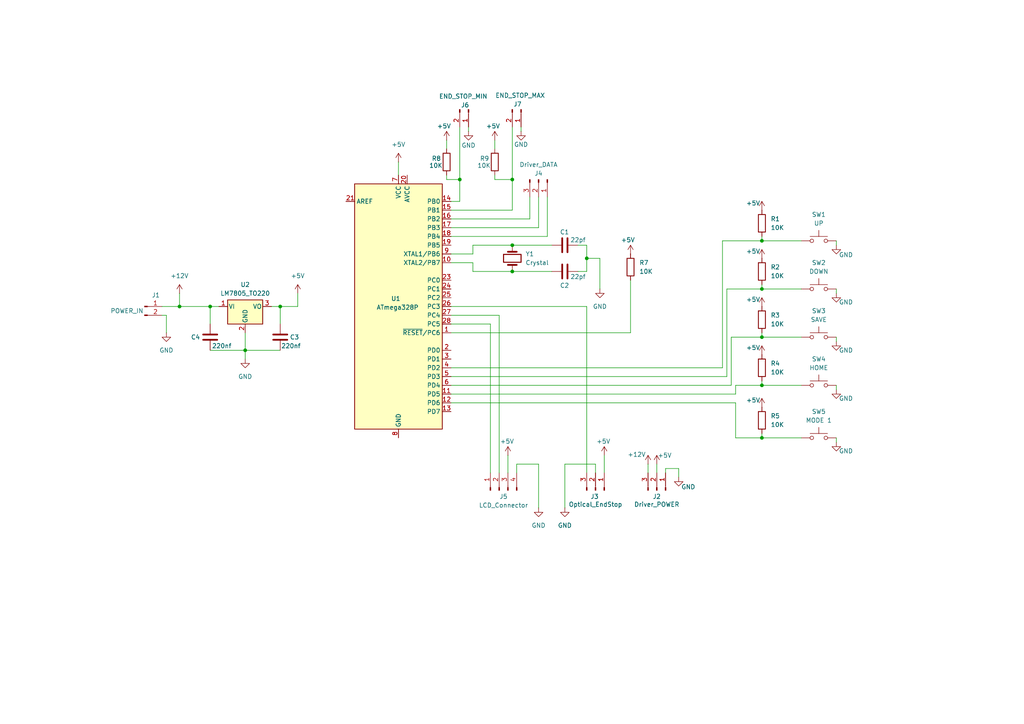
<source format=kicad_sch>
(kicad_sch
	(version 20250114)
	(generator "eeschema")
	(generator_version "9.0")
	(uuid "ece286b0-3688-4cda-9879-18ddf8903dd1")
	(paper "A4")
	(title_block
		(title "Standing Desk")
		(date "2024-07-24")
		(rev "1.0")
		(company "EmbeddedPioneer")
	)
	(lib_symbols
		(symbol "Connector:Conn_01x02_Pin"
			(pin_names
				(offset 1.016)
				(hide yes)
			)
			(exclude_from_sim no)
			(in_bom yes)
			(on_board yes)
			(property "Reference" "J"
				(at 0 2.54 0)
				(effects
					(font
						(size 1.27 1.27)
					)
				)
			)
			(property "Value" "Conn_01x02_Pin"
				(at 0 -5.08 0)
				(effects
					(font
						(size 1.27 1.27)
					)
				)
			)
			(property "Footprint" ""
				(at 0 0 0)
				(effects
					(font
						(size 1.27 1.27)
					)
					(hide yes)
				)
			)
			(property "Datasheet" "~"
				(at 0 0 0)
				(effects
					(font
						(size 1.27 1.27)
					)
					(hide yes)
				)
			)
			(property "Description" "Generic connector, single row, 01x02, script generated"
				(at 0 0 0)
				(effects
					(font
						(size 1.27 1.27)
					)
					(hide yes)
				)
			)
			(property "ki_locked" ""
				(at 0 0 0)
				(effects
					(font
						(size 1.27 1.27)
					)
				)
			)
			(property "ki_keywords" "connector"
				(at 0 0 0)
				(effects
					(font
						(size 1.27 1.27)
					)
					(hide yes)
				)
			)
			(property "ki_fp_filters" "Connector*:*_1x??_*"
				(at 0 0 0)
				(effects
					(font
						(size 1.27 1.27)
					)
					(hide yes)
				)
			)
			(symbol "Conn_01x02_Pin_1_1"
				(rectangle
					(start 0.8636 0.127)
					(end 0 -0.127)
					(stroke
						(width 0.1524)
						(type default)
					)
					(fill
						(type outline)
					)
				)
				(rectangle
					(start 0.8636 -2.413)
					(end 0 -2.667)
					(stroke
						(width 0.1524)
						(type default)
					)
					(fill
						(type outline)
					)
				)
				(polyline
					(pts
						(xy 1.27 0) (xy 0.8636 0)
					)
					(stroke
						(width 0.1524)
						(type default)
					)
					(fill
						(type none)
					)
				)
				(polyline
					(pts
						(xy 1.27 -2.54) (xy 0.8636 -2.54)
					)
					(stroke
						(width 0.1524)
						(type default)
					)
					(fill
						(type none)
					)
				)
				(pin passive line
					(at 5.08 0 180)
					(length 3.81)
					(name "Pin_1"
						(effects
							(font
								(size 1.27 1.27)
							)
						)
					)
					(number "1"
						(effects
							(font
								(size 1.27 1.27)
							)
						)
					)
				)
				(pin passive line
					(at 5.08 -2.54 180)
					(length 3.81)
					(name "Pin_2"
						(effects
							(font
								(size 1.27 1.27)
							)
						)
					)
					(number "2"
						(effects
							(font
								(size 1.27 1.27)
							)
						)
					)
				)
			)
			(embedded_fonts no)
		)
		(symbol "Connector:Conn_01x03_Pin"
			(pin_names
				(offset 1.016)
				(hide yes)
			)
			(exclude_from_sim no)
			(in_bom yes)
			(on_board yes)
			(property "Reference" "J"
				(at 0 5.08 0)
				(effects
					(font
						(size 1.27 1.27)
					)
				)
			)
			(property "Value" "Conn_01x03_Pin"
				(at 0 -5.08 0)
				(effects
					(font
						(size 1.27 1.27)
					)
				)
			)
			(property "Footprint" ""
				(at 0 0 0)
				(effects
					(font
						(size 1.27 1.27)
					)
					(hide yes)
				)
			)
			(property "Datasheet" "~"
				(at 0 0 0)
				(effects
					(font
						(size 1.27 1.27)
					)
					(hide yes)
				)
			)
			(property "Description" "Generic connector, single row, 01x03, script generated"
				(at 0 0 0)
				(effects
					(font
						(size 1.27 1.27)
					)
					(hide yes)
				)
			)
			(property "ki_locked" ""
				(at 0 0 0)
				(effects
					(font
						(size 1.27 1.27)
					)
				)
			)
			(property "ki_keywords" "connector"
				(at 0 0 0)
				(effects
					(font
						(size 1.27 1.27)
					)
					(hide yes)
				)
			)
			(property "ki_fp_filters" "Connector*:*_1x??_*"
				(at 0 0 0)
				(effects
					(font
						(size 1.27 1.27)
					)
					(hide yes)
				)
			)
			(symbol "Conn_01x03_Pin_1_1"
				(rectangle
					(start 0.8636 2.667)
					(end 0 2.413)
					(stroke
						(width 0.1524)
						(type default)
					)
					(fill
						(type outline)
					)
				)
				(rectangle
					(start 0.8636 0.127)
					(end 0 -0.127)
					(stroke
						(width 0.1524)
						(type default)
					)
					(fill
						(type outline)
					)
				)
				(rectangle
					(start 0.8636 -2.413)
					(end 0 -2.667)
					(stroke
						(width 0.1524)
						(type default)
					)
					(fill
						(type outline)
					)
				)
				(polyline
					(pts
						(xy 1.27 2.54) (xy 0.8636 2.54)
					)
					(stroke
						(width 0.1524)
						(type default)
					)
					(fill
						(type none)
					)
				)
				(polyline
					(pts
						(xy 1.27 0) (xy 0.8636 0)
					)
					(stroke
						(width 0.1524)
						(type default)
					)
					(fill
						(type none)
					)
				)
				(polyline
					(pts
						(xy 1.27 -2.54) (xy 0.8636 -2.54)
					)
					(stroke
						(width 0.1524)
						(type default)
					)
					(fill
						(type none)
					)
				)
				(pin passive line
					(at 5.08 2.54 180)
					(length 3.81)
					(name "Pin_1"
						(effects
							(font
								(size 1.27 1.27)
							)
						)
					)
					(number "1"
						(effects
							(font
								(size 1.27 1.27)
							)
						)
					)
				)
				(pin passive line
					(at 5.08 0 180)
					(length 3.81)
					(name "Pin_2"
						(effects
							(font
								(size 1.27 1.27)
							)
						)
					)
					(number "2"
						(effects
							(font
								(size 1.27 1.27)
							)
						)
					)
				)
				(pin passive line
					(at 5.08 -2.54 180)
					(length 3.81)
					(name "Pin_3"
						(effects
							(font
								(size 1.27 1.27)
							)
						)
					)
					(number "3"
						(effects
							(font
								(size 1.27 1.27)
							)
						)
					)
				)
			)
			(embedded_fonts no)
		)
		(symbol "Connector:Conn_01x04_Pin"
			(pin_names
				(offset 1.016)
				(hide yes)
			)
			(exclude_from_sim no)
			(in_bom yes)
			(on_board yes)
			(property "Reference" "J"
				(at 0 5.08 0)
				(effects
					(font
						(size 1.27 1.27)
					)
				)
			)
			(property "Value" "Conn_01x04_Pin"
				(at 0 -7.62 0)
				(effects
					(font
						(size 1.27 1.27)
					)
				)
			)
			(property "Footprint" ""
				(at 0 0 0)
				(effects
					(font
						(size 1.27 1.27)
					)
					(hide yes)
				)
			)
			(property "Datasheet" "~"
				(at 0 0 0)
				(effects
					(font
						(size 1.27 1.27)
					)
					(hide yes)
				)
			)
			(property "Description" "Generic connector, single row, 01x04, script generated"
				(at 0 0 0)
				(effects
					(font
						(size 1.27 1.27)
					)
					(hide yes)
				)
			)
			(property "ki_locked" ""
				(at 0 0 0)
				(effects
					(font
						(size 1.27 1.27)
					)
				)
			)
			(property "ki_keywords" "connector"
				(at 0 0 0)
				(effects
					(font
						(size 1.27 1.27)
					)
					(hide yes)
				)
			)
			(property "ki_fp_filters" "Connector*:*_1x??_*"
				(at 0 0 0)
				(effects
					(font
						(size 1.27 1.27)
					)
					(hide yes)
				)
			)
			(symbol "Conn_01x04_Pin_1_1"
				(rectangle
					(start 0.8636 2.667)
					(end 0 2.413)
					(stroke
						(width 0.1524)
						(type default)
					)
					(fill
						(type outline)
					)
				)
				(rectangle
					(start 0.8636 0.127)
					(end 0 -0.127)
					(stroke
						(width 0.1524)
						(type default)
					)
					(fill
						(type outline)
					)
				)
				(rectangle
					(start 0.8636 -2.413)
					(end 0 -2.667)
					(stroke
						(width 0.1524)
						(type default)
					)
					(fill
						(type outline)
					)
				)
				(rectangle
					(start 0.8636 -4.953)
					(end 0 -5.207)
					(stroke
						(width 0.1524)
						(type default)
					)
					(fill
						(type outline)
					)
				)
				(polyline
					(pts
						(xy 1.27 2.54) (xy 0.8636 2.54)
					)
					(stroke
						(width 0.1524)
						(type default)
					)
					(fill
						(type none)
					)
				)
				(polyline
					(pts
						(xy 1.27 0) (xy 0.8636 0)
					)
					(stroke
						(width 0.1524)
						(type default)
					)
					(fill
						(type none)
					)
				)
				(polyline
					(pts
						(xy 1.27 -2.54) (xy 0.8636 -2.54)
					)
					(stroke
						(width 0.1524)
						(type default)
					)
					(fill
						(type none)
					)
				)
				(polyline
					(pts
						(xy 1.27 -5.08) (xy 0.8636 -5.08)
					)
					(stroke
						(width 0.1524)
						(type default)
					)
					(fill
						(type none)
					)
				)
				(pin passive line
					(at 5.08 2.54 180)
					(length 3.81)
					(name "Pin_1"
						(effects
							(font
								(size 1.27 1.27)
							)
						)
					)
					(number "1"
						(effects
							(font
								(size 1.27 1.27)
							)
						)
					)
				)
				(pin passive line
					(at 5.08 0 180)
					(length 3.81)
					(name "Pin_2"
						(effects
							(font
								(size 1.27 1.27)
							)
						)
					)
					(number "2"
						(effects
							(font
								(size 1.27 1.27)
							)
						)
					)
				)
				(pin passive line
					(at 5.08 -2.54 180)
					(length 3.81)
					(name "Pin_3"
						(effects
							(font
								(size 1.27 1.27)
							)
						)
					)
					(number "3"
						(effects
							(font
								(size 1.27 1.27)
							)
						)
					)
				)
				(pin passive line
					(at 5.08 -5.08 180)
					(length 3.81)
					(name "Pin_4"
						(effects
							(font
								(size 1.27 1.27)
							)
						)
					)
					(number "4"
						(effects
							(font
								(size 1.27 1.27)
							)
						)
					)
				)
			)
			(embedded_fonts no)
		)
		(symbol "Device:C"
			(pin_numbers
				(hide yes)
			)
			(pin_names
				(offset 0.254)
			)
			(exclude_from_sim no)
			(in_bom yes)
			(on_board yes)
			(property "Reference" "C"
				(at 0.635 2.54 0)
				(effects
					(font
						(size 1.27 1.27)
					)
					(justify left)
				)
			)
			(property "Value" "C"
				(at 0.635 -2.54 0)
				(effects
					(font
						(size 1.27 1.27)
					)
					(justify left)
				)
			)
			(property "Footprint" ""
				(at 0.9652 -3.81 0)
				(effects
					(font
						(size 1.27 1.27)
					)
					(hide yes)
				)
			)
			(property "Datasheet" "~"
				(at 0 0 0)
				(effects
					(font
						(size 1.27 1.27)
					)
					(hide yes)
				)
			)
			(property "Description" "Unpolarized capacitor"
				(at 0 0 0)
				(effects
					(font
						(size 1.27 1.27)
					)
					(hide yes)
				)
			)
			(property "ki_keywords" "cap capacitor"
				(at 0 0 0)
				(effects
					(font
						(size 1.27 1.27)
					)
					(hide yes)
				)
			)
			(property "ki_fp_filters" "C_*"
				(at 0 0 0)
				(effects
					(font
						(size 1.27 1.27)
					)
					(hide yes)
				)
			)
			(symbol "C_0_1"
				(polyline
					(pts
						(xy -2.032 0.762) (xy 2.032 0.762)
					)
					(stroke
						(width 0.508)
						(type default)
					)
					(fill
						(type none)
					)
				)
				(polyline
					(pts
						(xy -2.032 -0.762) (xy 2.032 -0.762)
					)
					(stroke
						(width 0.508)
						(type default)
					)
					(fill
						(type none)
					)
				)
			)
			(symbol "C_1_1"
				(pin passive line
					(at 0 3.81 270)
					(length 2.794)
					(name "~"
						(effects
							(font
								(size 1.27 1.27)
							)
						)
					)
					(number "1"
						(effects
							(font
								(size 1.27 1.27)
							)
						)
					)
				)
				(pin passive line
					(at 0 -3.81 90)
					(length 2.794)
					(name "~"
						(effects
							(font
								(size 1.27 1.27)
							)
						)
					)
					(number "2"
						(effects
							(font
								(size 1.27 1.27)
							)
						)
					)
				)
			)
			(embedded_fonts no)
		)
		(symbol "Device:Crystal"
			(pin_numbers
				(hide yes)
			)
			(pin_names
				(offset 1.016)
				(hide yes)
			)
			(exclude_from_sim no)
			(in_bom yes)
			(on_board yes)
			(property "Reference" "Y"
				(at 0 3.81 0)
				(effects
					(font
						(size 1.27 1.27)
					)
				)
			)
			(property "Value" "Crystal"
				(at 0 -3.81 0)
				(effects
					(font
						(size 1.27 1.27)
					)
				)
			)
			(property "Footprint" ""
				(at 0 0 0)
				(effects
					(font
						(size 1.27 1.27)
					)
					(hide yes)
				)
			)
			(property "Datasheet" "~"
				(at 0 0 0)
				(effects
					(font
						(size 1.27 1.27)
					)
					(hide yes)
				)
			)
			(property "Description" "Two pin crystal"
				(at 0 0 0)
				(effects
					(font
						(size 1.27 1.27)
					)
					(hide yes)
				)
			)
			(property "ki_keywords" "quartz ceramic resonator oscillator"
				(at 0 0 0)
				(effects
					(font
						(size 1.27 1.27)
					)
					(hide yes)
				)
			)
			(property "ki_fp_filters" "Crystal*"
				(at 0 0 0)
				(effects
					(font
						(size 1.27 1.27)
					)
					(hide yes)
				)
			)
			(symbol "Crystal_0_1"
				(polyline
					(pts
						(xy -2.54 0) (xy -1.905 0)
					)
					(stroke
						(width 0)
						(type default)
					)
					(fill
						(type none)
					)
				)
				(polyline
					(pts
						(xy -1.905 -1.27) (xy -1.905 1.27)
					)
					(stroke
						(width 0.508)
						(type default)
					)
					(fill
						(type none)
					)
				)
				(rectangle
					(start -1.143 2.54)
					(end 1.143 -2.54)
					(stroke
						(width 0.3048)
						(type default)
					)
					(fill
						(type none)
					)
				)
				(polyline
					(pts
						(xy 1.905 -1.27) (xy 1.905 1.27)
					)
					(stroke
						(width 0.508)
						(type default)
					)
					(fill
						(type none)
					)
				)
				(polyline
					(pts
						(xy 2.54 0) (xy 1.905 0)
					)
					(stroke
						(width 0)
						(type default)
					)
					(fill
						(type none)
					)
				)
			)
			(symbol "Crystal_1_1"
				(pin passive line
					(at -3.81 0 0)
					(length 1.27)
					(name "1"
						(effects
							(font
								(size 1.27 1.27)
							)
						)
					)
					(number "1"
						(effects
							(font
								(size 1.27 1.27)
							)
						)
					)
				)
				(pin passive line
					(at 3.81 0 180)
					(length 1.27)
					(name "2"
						(effects
							(font
								(size 1.27 1.27)
							)
						)
					)
					(number "2"
						(effects
							(font
								(size 1.27 1.27)
							)
						)
					)
				)
			)
			(embedded_fonts no)
		)
		(symbol "Device:R"
			(pin_numbers
				(hide yes)
			)
			(pin_names
				(offset 0)
			)
			(exclude_from_sim no)
			(in_bom yes)
			(on_board yes)
			(property "Reference" "R"
				(at 2.032 0 90)
				(effects
					(font
						(size 1.27 1.27)
					)
				)
			)
			(property "Value" "R"
				(at 0 0 90)
				(effects
					(font
						(size 1.27 1.27)
					)
				)
			)
			(property "Footprint" ""
				(at -1.778 0 90)
				(effects
					(font
						(size 1.27 1.27)
					)
					(hide yes)
				)
			)
			(property "Datasheet" "~"
				(at 0 0 0)
				(effects
					(font
						(size 1.27 1.27)
					)
					(hide yes)
				)
			)
			(property "Description" "Resistor"
				(at 0 0 0)
				(effects
					(font
						(size 1.27 1.27)
					)
					(hide yes)
				)
			)
			(property "ki_keywords" "R res resistor"
				(at 0 0 0)
				(effects
					(font
						(size 1.27 1.27)
					)
					(hide yes)
				)
			)
			(property "ki_fp_filters" "R_*"
				(at 0 0 0)
				(effects
					(font
						(size 1.27 1.27)
					)
					(hide yes)
				)
			)
			(symbol "R_0_1"
				(rectangle
					(start -1.016 -2.54)
					(end 1.016 2.54)
					(stroke
						(width 0.254)
						(type default)
					)
					(fill
						(type none)
					)
				)
			)
			(symbol "R_1_1"
				(pin passive line
					(at 0 3.81 270)
					(length 1.27)
					(name "~"
						(effects
							(font
								(size 1.27 1.27)
							)
						)
					)
					(number "1"
						(effects
							(font
								(size 1.27 1.27)
							)
						)
					)
				)
				(pin passive line
					(at 0 -3.81 90)
					(length 1.27)
					(name "~"
						(effects
							(font
								(size 1.27 1.27)
							)
						)
					)
					(number "2"
						(effects
							(font
								(size 1.27 1.27)
							)
						)
					)
				)
			)
			(embedded_fonts no)
		)
		(symbol "MCU_Microchip_ATmega:ATmega328P-P"
			(exclude_from_sim no)
			(in_bom yes)
			(on_board yes)
			(property "Reference" "U"
				(at -12.7 36.83 0)
				(effects
					(font
						(size 1.27 1.27)
					)
					(justify left bottom)
				)
			)
			(property "Value" "ATmega328P-P"
				(at 2.54 -36.83 0)
				(effects
					(font
						(size 1.27 1.27)
					)
					(justify left top)
				)
			)
			(property "Footprint" "Package_DIP:DIP-28_W7.62mm"
				(at 0 0 0)
				(effects
					(font
						(size 1.27 1.27)
						(italic yes)
					)
					(hide yes)
				)
			)
			(property "Datasheet" "http://ww1.microchip.com/downloads/en/DeviceDoc/ATmega328_P%20AVR%20MCU%20with%20picoPower%20Technology%20Data%20Sheet%2040001984A.pdf"
				(at 0 0 0)
				(effects
					(font
						(size 1.27 1.27)
					)
					(hide yes)
				)
			)
			(property "Description" "20MHz, 32kB Flash, 2kB SRAM, 1kB EEPROM, DIP-28"
				(at 0 0 0)
				(effects
					(font
						(size 1.27 1.27)
					)
					(hide yes)
				)
			)
			(property "ki_keywords" "AVR 8bit Microcontroller MegaAVR PicoPower"
				(at 0 0 0)
				(effects
					(font
						(size 1.27 1.27)
					)
					(hide yes)
				)
			)
			(property "ki_fp_filters" "DIP*W7.62mm*"
				(at 0 0 0)
				(effects
					(font
						(size 1.27 1.27)
					)
					(hide yes)
				)
			)
			(symbol "ATmega328P-P_0_1"
				(rectangle
					(start -12.7 -35.56)
					(end 12.7 35.56)
					(stroke
						(width 0.254)
						(type default)
					)
					(fill
						(type background)
					)
				)
			)
			(symbol "ATmega328P-P_1_1"
				(pin passive line
					(at -15.24 30.48 0)
					(length 2.54)
					(name "AREF"
						(effects
							(font
								(size 1.27 1.27)
							)
						)
					)
					(number "21"
						(effects
							(font
								(size 1.27 1.27)
							)
						)
					)
				)
				(pin power_in line
					(at 0 38.1 270)
					(length 2.54)
					(name "VCC"
						(effects
							(font
								(size 1.27 1.27)
							)
						)
					)
					(number "7"
						(effects
							(font
								(size 1.27 1.27)
							)
						)
					)
				)
				(pin passive line
					(at 0 -38.1 90)
					(length 2.54)
					(hide yes)
					(name "GND"
						(effects
							(font
								(size 1.27 1.27)
							)
						)
					)
					(number "22"
						(effects
							(font
								(size 1.27 1.27)
							)
						)
					)
				)
				(pin power_in line
					(at 0 -38.1 90)
					(length 2.54)
					(name "GND"
						(effects
							(font
								(size 1.27 1.27)
							)
						)
					)
					(number "8"
						(effects
							(font
								(size 1.27 1.27)
							)
						)
					)
				)
				(pin power_in line
					(at 2.54 38.1 270)
					(length 2.54)
					(name "AVCC"
						(effects
							(font
								(size 1.27 1.27)
							)
						)
					)
					(number "20"
						(effects
							(font
								(size 1.27 1.27)
							)
						)
					)
				)
				(pin bidirectional line
					(at 15.24 30.48 180)
					(length 2.54)
					(name "PB0"
						(effects
							(font
								(size 1.27 1.27)
							)
						)
					)
					(number "14"
						(effects
							(font
								(size 1.27 1.27)
							)
						)
					)
				)
				(pin bidirectional line
					(at 15.24 27.94 180)
					(length 2.54)
					(name "PB1"
						(effects
							(font
								(size 1.27 1.27)
							)
						)
					)
					(number "15"
						(effects
							(font
								(size 1.27 1.27)
							)
						)
					)
				)
				(pin bidirectional line
					(at 15.24 25.4 180)
					(length 2.54)
					(name "PB2"
						(effects
							(font
								(size 1.27 1.27)
							)
						)
					)
					(number "16"
						(effects
							(font
								(size 1.27 1.27)
							)
						)
					)
				)
				(pin bidirectional line
					(at 15.24 22.86 180)
					(length 2.54)
					(name "PB3"
						(effects
							(font
								(size 1.27 1.27)
							)
						)
					)
					(number "17"
						(effects
							(font
								(size 1.27 1.27)
							)
						)
					)
				)
				(pin bidirectional line
					(at 15.24 20.32 180)
					(length 2.54)
					(name "PB4"
						(effects
							(font
								(size 1.27 1.27)
							)
						)
					)
					(number "18"
						(effects
							(font
								(size 1.27 1.27)
							)
						)
					)
				)
				(pin bidirectional line
					(at 15.24 17.78 180)
					(length 2.54)
					(name "PB5"
						(effects
							(font
								(size 1.27 1.27)
							)
						)
					)
					(number "19"
						(effects
							(font
								(size 1.27 1.27)
							)
						)
					)
				)
				(pin bidirectional line
					(at 15.24 15.24 180)
					(length 2.54)
					(name "XTAL1/PB6"
						(effects
							(font
								(size 1.27 1.27)
							)
						)
					)
					(number "9"
						(effects
							(font
								(size 1.27 1.27)
							)
						)
					)
				)
				(pin bidirectional line
					(at 15.24 12.7 180)
					(length 2.54)
					(name "XTAL2/PB7"
						(effects
							(font
								(size 1.27 1.27)
							)
						)
					)
					(number "10"
						(effects
							(font
								(size 1.27 1.27)
							)
						)
					)
				)
				(pin bidirectional line
					(at 15.24 7.62 180)
					(length 2.54)
					(name "PC0"
						(effects
							(font
								(size 1.27 1.27)
							)
						)
					)
					(number "23"
						(effects
							(font
								(size 1.27 1.27)
							)
						)
					)
				)
				(pin bidirectional line
					(at 15.24 5.08 180)
					(length 2.54)
					(name "PC1"
						(effects
							(font
								(size 1.27 1.27)
							)
						)
					)
					(number "24"
						(effects
							(font
								(size 1.27 1.27)
							)
						)
					)
				)
				(pin bidirectional line
					(at 15.24 2.54 180)
					(length 2.54)
					(name "PC2"
						(effects
							(font
								(size 1.27 1.27)
							)
						)
					)
					(number "25"
						(effects
							(font
								(size 1.27 1.27)
							)
						)
					)
				)
				(pin bidirectional line
					(at 15.24 0 180)
					(length 2.54)
					(name "PC3"
						(effects
							(font
								(size 1.27 1.27)
							)
						)
					)
					(number "26"
						(effects
							(font
								(size 1.27 1.27)
							)
						)
					)
				)
				(pin bidirectional line
					(at 15.24 -2.54 180)
					(length 2.54)
					(name "PC4"
						(effects
							(font
								(size 1.27 1.27)
							)
						)
					)
					(number "27"
						(effects
							(font
								(size 1.27 1.27)
							)
						)
					)
				)
				(pin bidirectional line
					(at 15.24 -5.08 180)
					(length 2.54)
					(name "PC5"
						(effects
							(font
								(size 1.27 1.27)
							)
						)
					)
					(number "28"
						(effects
							(font
								(size 1.27 1.27)
							)
						)
					)
				)
				(pin bidirectional line
					(at 15.24 -7.62 180)
					(length 2.54)
					(name "~{RESET}/PC6"
						(effects
							(font
								(size 1.27 1.27)
							)
						)
					)
					(number "1"
						(effects
							(font
								(size 1.27 1.27)
							)
						)
					)
				)
				(pin bidirectional line
					(at 15.24 -12.7 180)
					(length 2.54)
					(name "PD0"
						(effects
							(font
								(size 1.27 1.27)
							)
						)
					)
					(number "2"
						(effects
							(font
								(size 1.27 1.27)
							)
						)
					)
				)
				(pin bidirectional line
					(at 15.24 -15.24 180)
					(length 2.54)
					(name "PD1"
						(effects
							(font
								(size 1.27 1.27)
							)
						)
					)
					(number "3"
						(effects
							(font
								(size 1.27 1.27)
							)
						)
					)
				)
				(pin bidirectional line
					(at 15.24 -17.78 180)
					(length 2.54)
					(name "PD2"
						(effects
							(font
								(size 1.27 1.27)
							)
						)
					)
					(number "4"
						(effects
							(font
								(size 1.27 1.27)
							)
						)
					)
				)
				(pin bidirectional line
					(at 15.24 -20.32 180)
					(length 2.54)
					(name "PD3"
						(effects
							(font
								(size 1.27 1.27)
							)
						)
					)
					(number "5"
						(effects
							(font
								(size 1.27 1.27)
							)
						)
					)
				)
				(pin bidirectional line
					(at 15.24 -22.86 180)
					(length 2.54)
					(name "PD4"
						(effects
							(font
								(size 1.27 1.27)
							)
						)
					)
					(number "6"
						(effects
							(font
								(size 1.27 1.27)
							)
						)
					)
				)
				(pin bidirectional line
					(at 15.24 -25.4 180)
					(length 2.54)
					(name "PD5"
						(effects
							(font
								(size 1.27 1.27)
							)
						)
					)
					(number "11"
						(effects
							(font
								(size 1.27 1.27)
							)
						)
					)
				)
				(pin bidirectional line
					(at 15.24 -27.94 180)
					(length 2.54)
					(name "PD6"
						(effects
							(font
								(size 1.27 1.27)
							)
						)
					)
					(number "12"
						(effects
							(font
								(size 1.27 1.27)
							)
						)
					)
				)
				(pin bidirectional line
					(at 15.24 -30.48 180)
					(length 2.54)
					(name "PD7"
						(effects
							(font
								(size 1.27 1.27)
							)
						)
					)
					(number "13"
						(effects
							(font
								(size 1.27 1.27)
							)
						)
					)
				)
			)
			(embedded_fonts no)
		)
		(symbol "Regulator_Linear:LM7805_TO220"
			(pin_names
				(offset 0.254)
			)
			(exclude_from_sim no)
			(in_bom yes)
			(on_board yes)
			(property "Reference" "U"
				(at -3.81 3.175 0)
				(effects
					(font
						(size 1.27 1.27)
					)
				)
			)
			(property "Value" "LM7805_TO220"
				(at 0 3.175 0)
				(effects
					(font
						(size 1.27 1.27)
					)
					(justify left)
				)
			)
			(property "Footprint" "Package_TO_SOT_THT:TO-220-3_Vertical"
				(at 0 5.715 0)
				(effects
					(font
						(size 1.27 1.27)
						(italic yes)
					)
					(hide yes)
				)
			)
			(property "Datasheet" "https://www.onsemi.cn/PowerSolutions/document/MC7800-D.PDF"
				(at 0 -1.27 0)
				(effects
					(font
						(size 1.27 1.27)
					)
					(hide yes)
				)
			)
			(property "Description" "Positive 1A 35V Linear Regulator, Fixed Output 5V, TO-220"
				(at 0 0 0)
				(effects
					(font
						(size 1.27 1.27)
					)
					(hide yes)
				)
			)
			(property "ki_keywords" "Voltage Regulator 1A Positive"
				(at 0 0 0)
				(effects
					(font
						(size 1.27 1.27)
					)
					(hide yes)
				)
			)
			(property "ki_fp_filters" "TO?220*"
				(at 0 0 0)
				(effects
					(font
						(size 1.27 1.27)
					)
					(hide yes)
				)
			)
			(symbol "LM7805_TO220_0_1"
				(rectangle
					(start -5.08 1.905)
					(end 5.08 -5.08)
					(stroke
						(width 0.254)
						(type default)
					)
					(fill
						(type background)
					)
				)
			)
			(symbol "LM7805_TO220_1_1"
				(pin power_in line
					(at -7.62 0 0)
					(length 2.54)
					(name "VI"
						(effects
							(font
								(size 1.27 1.27)
							)
						)
					)
					(number "1"
						(effects
							(font
								(size 1.27 1.27)
							)
						)
					)
				)
				(pin power_in line
					(at 0 -7.62 90)
					(length 2.54)
					(name "GND"
						(effects
							(font
								(size 1.27 1.27)
							)
						)
					)
					(number "2"
						(effects
							(font
								(size 1.27 1.27)
							)
						)
					)
				)
				(pin power_out line
					(at 7.62 0 180)
					(length 2.54)
					(name "VO"
						(effects
							(font
								(size 1.27 1.27)
							)
						)
					)
					(number "3"
						(effects
							(font
								(size 1.27 1.27)
							)
						)
					)
				)
			)
			(embedded_fonts no)
		)
		(symbol "Switch:SW_Push"
			(pin_numbers
				(hide yes)
			)
			(pin_names
				(offset 1.016)
				(hide yes)
			)
			(exclude_from_sim no)
			(in_bom yes)
			(on_board yes)
			(property "Reference" "SW"
				(at 1.27 2.54 0)
				(effects
					(font
						(size 1.27 1.27)
					)
					(justify left)
				)
			)
			(property "Value" "SW_Push"
				(at 0 -1.524 0)
				(effects
					(font
						(size 1.27 1.27)
					)
				)
			)
			(property "Footprint" ""
				(at 0 5.08 0)
				(effects
					(font
						(size 1.27 1.27)
					)
					(hide yes)
				)
			)
			(property "Datasheet" "~"
				(at 0 5.08 0)
				(effects
					(font
						(size 1.27 1.27)
					)
					(hide yes)
				)
			)
			(property "Description" "Push button switch, generic, two pins"
				(at 0 0 0)
				(effects
					(font
						(size 1.27 1.27)
					)
					(hide yes)
				)
			)
			(property "ki_keywords" "switch normally-open pushbutton push-button"
				(at 0 0 0)
				(effects
					(font
						(size 1.27 1.27)
					)
					(hide yes)
				)
			)
			(symbol "SW_Push_0_1"
				(circle
					(center -2.032 0)
					(radius 0.508)
					(stroke
						(width 0)
						(type default)
					)
					(fill
						(type none)
					)
				)
				(polyline
					(pts
						(xy 0 1.27) (xy 0 3.048)
					)
					(stroke
						(width 0)
						(type default)
					)
					(fill
						(type none)
					)
				)
				(circle
					(center 2.032 0)
					(radius 0.508)
					(stroke
						(width 0)
						(type default)
					)
					(fill
						(type none)
					)
				)
				(polyline
					(pts
						(xy 2.54 1.27) (xy -2.54 1.27)
					)
					(stroke
						(width 0)
						(type default)
					)
					(fill
						(type none)
					)
				)
				(pin passive line
					(at -5.08 0 0)
					(length 2.54)
					(name "1"
						(effects
							(font
								(size 1.27 1.27)
							)
						)
					)
					(number "1"
						(effects
							(font
								(size 1.27 1.27)
							)
						)
					)
				)
				(pin passive line
					(at 5.08 0 180)
					(length 2.54)
					(name "2"
						(effects
							(font
								(size 1.27 1.27)
							)
						)
					)
					(number "2"
						(effects
							(font
								(size 1.27 1.27)
							)
						)
					)
				)
			)
			(embedded_fonts no)
		)
		(symbol "power:+12V"
			(power)
			(pin_numbers
				(hide yes)
			)
			(pin_names
				(offset 0)
				(hide yes)
			)
			(exclude_from_sim no)
			(in_bom yes)
			(on_board yes)
			(property "Reference" "#PWR"
				(at 0 -3.81 0)
				(effects
					(font
						(size 1.27 1.27)
					)
					(hide yes)
				)
			)
			(property "Value" "+12V"
				(at 0 3.556 0)
				(effects
					(font
						(size 1.27 1.27)
					)
				)
			)
			(property "Footprint" ""
				(at 0 0 0)
				(effects
					(font
						(size 1.27 1.27)
					)
					(hide yes)
				)
			)
			(property "Datasheet" ""
				(at 0 0 0)
				(effects
					(font
						(size 1.27 1.27)
					)
					(hide yes)
				)
			)
			(property "Description" "Power symbol creates a global label with name \"+12V\""
				(at 0 0 0)
				(effects
					(font
						(size 1.27 1.27)
					)
					(hide yes)
				)
			)
			(property "ki_keywords" "global power"
				(at 0 0 0)
				(effects
					(font
						(size 1.27 1.27)
					)
					(hide yes)
				)
			)
			(symbol "+12V_0_1"
				(polyline
					(pts
						(xy -0.762 1.27) (xy 0 2.54)
					)
					(stroke
						(width 0)
						(type default)
					)
					(fill
						(type none)
					)
				)
				(polyline
					(pts
						(xy 0 2.54) (xy 0.762 1.27)
					)
					(stroke
						(width 0)
						(type default)
					)
					(fill
						(type none)
					)
				)
				(polyline
					(pts
						(xy 0 0) (xy 0 2.54)
					)
					(stroke
						(width 0)
						(type default)
					)
					(fill
						(type none)
					)
				)
			)
			(symbol "+12V_1_1"
				(pin power_in line
					(at 0 0 90)
					(length 0)
					(name "~"
						(effects
							(font
								(size 1.27 1.27)
							)
						)
					)
					(number "1"
						(effects
							(font
								(size 1.27 1.27)
							)
						)
					)
				)
			)
			(embedded_fonts no)
		)
		(symbol "power:+5V"
			(power)
			(pin_numbers
				(hide yes)
			)
			(pin_names
				(offset 0)
				(hide yes)
			)
			(exclude_from_sim no)
			(in_bom yes)
			(on_board yes)
			(property "Reference" "#PWR"
				(at 0 -3.81 0)
				(effects
					(font
						(size 1.27 1.27)
					)
					(hide yes)
				)
			)
			(property "Value" "+5V"
				(at 0 3.556 0)
				(effects
					(font
						(size 1.27 1.27)
					)
				)
			)
			(property "Footprint" ""
				(at 0 0 0)
				(effects
					(font
						(size 1.27 1.27)
					)
					(hide yes)
				)
			)
			(property "Datasheet" ""
				(at 0 0 0)
				(effects
					(font
						(size 1.27 1.27)
					)
					(hide yes)
				)
			)
			(property "Description" "Power symbol creates a global label with name \"+5V\""
				(at 0 0 0)
				(effects
					(font
						(size 1.27 1.27)
					)
					(hide yes)
				)
			)
			(property "ki_keywords" "global power"
				(at 0 0 0)
				(effects
					(font
						(size 1.27 1.27)
					)
					(hide yes)
				)
			)
			(symbol "+5V_0_1"
				(polyline
					(pts
						(xy -0.762 1.27) (xy 0 2.54)
					)
					(stroke
						(width 0)
						(type default)
					)
					(fill
						(type none)
					)
				)
				(polyline
					(pts
						(xy 0 2.54) (xy 0.762 1.27)
					)
					(stroke
						(width 0)
						(type default)
					)
					(fill
						(type none)
					)
				)
				(polyline
					(pts
						(xy 0 0) (xy 0 2.54)
					)
					(stroke
						(width 0)
						(type default)
					)
					(fill
						(type none)
					)
				)
			)
			(symbol "+5V_1_1"
				(pin power_in line
					(at 0 0 90)
					(length 0)
					(name "~"
						(effects
							(font
								(size 1.27 1.27)
							)
						)
					)
					(number "1"
						(effects
							(font
								(size 1.27 1.27)
							)
						)
					)
				)
			)
			(embedded_fonts no)
		)
		(symbol "power:GND"
			(power)
			(pin_numbers
				(hide yes)
			)
			(pin_names
				(offset 0)
				(hide yes)
			)
			(exclude_from_sim no)
			(in_bom yes)
			(on_board yes)
			(property "Reference" "#PWR"
				(at 0 -6.35 0)
				(effects
					(font
						(size 1.27 1.27)
					)
					(hide yes)
				)
			)
			(property "Value" "GND"
				(at 0 -3.81 0)
				(effects
					(font
						(size 1.27 1.27)
					)
				)
			)
			(property "Footprint" ""
				(at 0 0 0)
				(effects
					(font
						(size 1.27 1.27)
					)
					(hide yes)
				)
			)
			(property "Datasheet" ""
				(at 0 0 0)
				(effects
					(font
						(size 1.27 1.27)
					)
					(hide yes)
				)
			)
			(property "Description" "Power symbol creates a global label with name \"GND\" , ground"
				(at 0 0 0)
				(effects
					(font
						(size 1.27 1.27)
					)
					(hide yes)
				)
			)
			(property "ki_keywords" "global power"
				(at 0 0 0)
				(effects
					(font
						(size 1.27 1.27)
					)
					(hide yes)
				)
			)
			(symbol "GND_0_1"
				(polyline
					(pts
						(xy 0 0) (xy 0 -1.27) (xy 1.27 -1.27) (xy 0 -2.54) (xy -1.27 -1.27) (xy 0 -1.27)
					)
					(stroke
						(width 0)
						(type default)
					)
					(fill
						(type none)
					)
				)
			)
			(symbol "GND_1_1"
				(pin power_in line
					(at 0 0 270)
					(length 0)
					(name "~"
						(effects
							(font
								(size 1.27 1.27)
							)
						)
					)
					(number "1"
						(effects
							(font
								(size 1.27 1.27)
							)
						)
					)
				)
			)
			(embedded_fonts no)
		)
	)
	(junction
		(at 220.98 127)
		(diameter 0)
		(color 0 0 0 0)
		(uuid "1ad6a0e8-aa64-4816-af00-01547bac7677")
	)
	(junction
		(at 148.59 78.74)
		(diameter 0)
		(color 0 0 0 0)
		(uuid "1b9b6984-9e19-4f3f-81f4-b87c1ce07e0a")
	)
	(junction
		(at 220.98 97.79)
		(diameter 0)
		(color 0 0 0 0)
		(uuid "48118e8c-962d-4b8d-bf77-071e8cc4f053")
	)
	(junction
		(at 52.07 88.9)
		(diameter 0)
		(color 0 0 0 0)
		(uuid "52391295-af00-4ba4-bb16-bc666c6e838f")
	)
	(junction
		(at 220.98 83.82)
		(diameter 0)
		(color 0 0 0 0)
		(uuid "5454af7c-b6c9-459d-ae50-a0e76ce737c3")
	)
	(junction
		(at 220.98 111.76)
		(diameter 0)
		(color 0 0 0 0)
		(uuid "5b365bae-c17f-4f07-a287-c0cfdd631ace")
	)
	(junction
		(at 60.96 88.9)
		(diameter 0)
		(color 0 0 0 0)
		(uuid "62bb8a7a-ae46-4ddd-9235-c77b00b4a50c")
	)
	(junction
		(at 81.28 88.9)
		(diameter 0)
		(color 0 0 0 0)
		(uuid "70ecaa0e-c38b-41b3-bce4-16ee52441299")
	)
	(junction
		(at 133.35 52.07)
		(diameter 0)
		(color 0 0 0 0)
		(uuid "7d49dcad-af12-4a65-9cd0-d8047c520bb2")
	)
	(junction
		(at 71.12 101.6)
		(diameter 0)
		(color 0 0 0 0)
		(uuid "80cf31e4-6253-41b8-8a61-c31d15c4ed98")
	)
	(junction
		(at 170.18 74.93)
		(diameter 0)
		(color 0 0 0 0)
		(uuid "8d8943f8-3e7b-421f-9348-bf8769a6cb86")
	)
	(junction
		(at 220.98 69.85)
		(diameter 0)
		(color 0 0 0 0)
		(uuid "bc50f0da-2141-4b9f-bcea-a9db71ecc55d")
	)
	(junction
		(at 148.59 71.12)
		(diameter 0)
		(color 0 0 0 0)
		(uuid "eb6c9e2a-7705-4320-a8ad-4b46b228093f")
	)
	(junction
		(at 148.59 52.07)
		(diameter 0)
		(color 0 0 0 0)
		(uuid "f9de3c7d-68e9-493e-9c30-cbc36fff69e0")
	)
	(wire
		(pts
			(xy 175.26 132.08) (xy 175.26 137.16)
		)
		(stroke
			(width 0)
			(type default)
		)
		(uuid "026ecb52-71e8-4dbd-8971-89c68b6cbd66")
	)
	(wire
		(pts
			(xy 212.09 97.79) (xy 220.98 97.79)
		)
		(stroke
			(width 0)
			(type default)
		)
		(uuid "03eb7bb2-a82c-41e1-a938-bef7b0940180")
	)
	(wire
		(pts
			(xy 213.36 116.84) (xy 213.36 127)
		)
		(stroke
			(width 0)
			(type default)
		)
		(uuid "051340c9-8536-4266-8f29-f288b18696ce")
	)
	(wire
		(pts
			(xy 46.99 88.9) (xy 52.07 88.9)
		)
		(stroke
			(width 0)
			(type default)
		)
		(uuid "07c41b85-09cc-4565-8fc4-8042aad23ea3")
	)
	(wire
		(pts
			(xy 130.81 114.3) (xy 213.36 114.3)
		)
		(stroke
			(width 0)
			(type default)
		)
		(uuid "0a7069a0-425a-45a1-aab9-9662123ee48f")
	)
	(wire
		(pts
			(xy 193.04 137.16) (xy 193.04 135.89)
		)
		(stroke
			(width 0)
			(type default)
		)
		(uuid "0c795405-b2d9-445f-83b9-99be3be5284d")
	)
	(wire
		(pts
			(xy 143.51 50.8) (xy 143.51 52.07)
		)
		(stroke
			(width 0)
			(type default)
		)
		(uuid "0fd484d5-820c-4193-bb91-1cf55870f81b")
	)
	(wire
		(pts
			(xy 196.85 135.89) (xy 196.85 138.43)
		)
		(stroke
			(width 0)
			(type default)
		)
		(uuid "11193e67-cd45-4c4a-bbbb-70c6f4b177a8")
	)
	(wire
		(pts
			(xy 220.98 97.79) (xy 220.98 96.52)
		)
		(stroke
			(width 0)
			(type default)
		)
		(uuid "12940668-6847-4a7d-8cdc-8adfcba6d144")
	)
	(wire
		(pts
			(xy 156.21 66.04) (xy 130.81 66.04)
		)
		(stroke
			(width 0)
			(type default)
		)
		(uuid "1392f009-67d6-4625-83d4-c16f1bbe3fd9")
	)
	(wire
		(pts
			(xy 153.67 57.15) (xy 153.67 63.5)
		)
		(stroke
			(width 0)
			(type default)
		)
		(uuid "14a21ab2-d2f2-4c29-b761-cf669a098c2f")
	)
	(wire
		(pts
			(xy 130.81 76.2) (xy 137.16 76.2)
		)
		(stroke
			(width 0)
			(type default)
		)
		(uuid "16f66c30-fd91-4cbc-8dea-44301559a58a")
	)
	(wire
		(pts
			(xy 153.67 63.5) (xy 130.81 63.5)
		)
		(stroke
			(width 0)
			(type default)
		)
		(uuid "16fb1c59-8016-43e6-a594-6ef767ffef4e")
	)
	(wire
		(pts
			(xy 137.16 73.66) (xy 137.16 71.12)
		)
		(stroke
			(width 0)
			(type default)
		)
		(uuid "17076ac3-e231-460e-8cb6-fea358759b31")
	)
	(wire
		(pts
			(xy 52.07 85.09) (xy 52.07 88.9)
		)
		(stroke
			(width 0)
			(type default)
		)
		(uuid "197986c2-0c2a-4cf8-b6a1-e87c5db49e92")
	)
	(wire
		(pts
			(xy 133.35 52.07) (xy 133.35 58.42)
		)
		(stroke
			(width 0)
			(type default)
		)
		(uuid "197b22f4-9c43-4c01-b66b-ca84c38cdd47")
	)
	(wire
		(pts
			(xy 156.21 134.62) (xy 156.21 147.32)
		)
		(stroke
			(width 0)
			(type default)
		)
		(uuid "1fb1fd3c-d27c-43fe-8754-05ad0f0c0e74")
	)
	(wire
		(pts
			(xy 170.18 74.93) (xy 170.18 78.74)
		)
		(stroke
			(width 0)
			(type default)
		)
		(uuid "2063fcf7-b45e-4b32-b137-b0eb5db8f7c1")
	)
	(wire
		(pts
			(xy 232.41 111.76) (xy 220.98 111.76)
		)
		(stroke
			(width 0)
			(type default)
		)
		(uuid "22937551-628e-4457-ac08-cdb5d98cf4e1")
	)
	(wire
		(pts
			(xy 172.72 134.62) (xy 172.72 137.16)
		)
		(stroke
			(width 0)
			(type default)
		)
		(uuid "2b6009b7-c4a5-4dc4-bc1e-23f0c5aaefeb")
	)
	(wire
		(pts
			(xy 63.5 88.9) (xy 60.96 88.9)
		)
		(stroke
			(width 0)
			(type default)
		)
		(uuid "2cc75cf6-69ca-4407-b9b0-e1d59f19323b")
	)
	(wire
		(pts
			(xy 158.75 68.58) (xy 130.81 68.58)
		)
		(stroke
			(width 0)
			(type default)
		)
		(uuid "2ebf5c17-841d-4d60-af32-7f4240e89972")
	)
	(wire
		(pts
			(xy 149.86 134.62) (xy 149.86 137.16)
		)
		(stroke
			(width 0)
			(type default)
		)
		(uuid "2ecb75a1-2540-428b-88f5-7e84701a1283")
	)
	(wire
		(pts
			(xy 213.36 114.3) (xy 213.36 111.76)
		)
		(stroke
			(width 0)
			(type default)
		)
		(uuid "2fc6dded-54af-48fe-9f27-f88c84a17e22")
	)
	(wire
		(pts
			(xy 137.16 76.2) (xy 137.16 78.74)
		)
		(stroke
			(width 0)
			(type default)
		)
		(uuid "30078e91-d9fc-4c42-b7d7-a01572c5e167")
	)
	(wire
		(pts
			(xy 130.81 106.68) (xy 209.55 106.68)
		)
		(stroke
			(width 0)
			(type default)
		)
		(uuid "311ccb69-7f3d-4c38-a5b8-be8de4458446")
	)
	(wire
		(pts
			(xy 242.57 83.82) (xy 242.57 85.09)
		)
		(stroke
			(width 0)
			(type default)
		)
		(uuid "3121cbc3-159b-45a5-a897-3b34b6d0867b")
	)
	(wire
		(pts
			(xy 170.18 78.74) (xy 167.64 78.74)
		)
		(stroke
			(width 0)
			(type default)
		)
		(uuid "31c681d5-39a3-4b54-a412-f73087c21bbd")
	)
	(wire
		(pts
			(xy 130.81 109.22) (xy 210.82 109.22)
		)
		(stroke
			(width 0)
			(type default)
		)
		(uuid "35140cba-be32-4020-9f83-6bdf7e83be96")
	)
	(wire
		(pts
			(xy 170.18 71.12) (xy 170.18 74.93)
		)
		(stroke
			(width 0)
			(type default)
		)
		(uuid "351c1c53-8643-4d1d-ada2-c0459d7ba8cc")
	)
	(wire
		(pts
			(xy 46.99 91.44) (xy 48.26 91.44)
		)
		(stroke
			(width 0)
			(type default)
		)
		(uuid "38610ce7-4c69-49d7-8235-d676a6bf4cc1")
	)
	(wire
		(pts
			(xy 142.24 93.98) (xy 130.81 93.98)
		)
		(stroke
			(width 0)
			(type default)
		)
		(uuid "3940a880-ec94-481d-a962-4d975f360b48")
	)
	(wire
		(pts
			(xy 210.82 109.22) (xy 210.82 83.82)
		)
		(stroke
			(width 0)
			(type default)
		)
		(uuid "3f29839c-22ae-43c0-9d2d-b033ef1e4503")
	)
	(wire
		(pts
			(xy 242.57 71.12) (xy 242.57 69.85)
		)
		(stroke
			(width 0)
			(type default)
		)
		(uuid "3f69332a-fd0f-4162-8f3a-b0e1491cdd25")
	)
	(wire
		(pts
			(xy 148.59 60.96) (xy 130.81 60.96)
		)
		(stroke
			(width 0)
			(type default)
		)
		(uuid "403a9e67-1e4e-4ec0-9e1a-90cefaed0bd6")
	)
	(wire
		(pts
			(xy 115.57 46.99) (xy 115.57 50.8)
		)
		(stroke
			(width 0)
			(type default)
		)
		(uuid "4052bed4-3275-4ca6-973b-5b12430996de")
	)
	(wire
		(pts
			(xy 130.81 91.44) (xy 144.78 91.44)
		)
		(stroke
			(width 0)
			(type default)
		)
		(uuid "43f2be9b-7c00-466e-b38c-459f62c8b713")
	)
	(wire
		(pts
			(xy 148.59 78.74) (xy 160.02 78.74)
		)
		(stroke
			(width 0)
			(type default)
		)
		(uuid "445932a8-ba74-4cd1-90ec-829e84200764")
	)
	(wire
		(pts
			(xy 148.59 52.07) (xy 148.59 60.96)
		)
		(stroke
			(width 0)
			(type default)
		)
		(uuid "51803b95-37ac-4bcb-a614-65d1c99ba8c9")
	)
	(wire
		(pts
			(xy 52.07 88.9) (xy 60.96 88.9)
		)
		(stroke
			(width 0)
			(type default)
		)
		(uuid "519f672a-4eec-4cd3-8ddf-e769bf83e7ff")
	)
	(wire
		(pts
			(xy 220.98 69.85) (xy 220.98 68.58)
		)
		(stroke
			(width 0)
			(type default)
		)
		(uuid "53037090-27c6-4493-b1ab-2bd92abbdde5")
	)
	(wire
		(pts
			(xy 242.57 97.79) (xy 242.57 99.06)
		)
		(stroke
			(width 0)
			(type default)
		)
		(uuid "542b834f-08e3-4f07-a240-3ba1f26d693e")
	)
	(wire
		(pts
			(xy 137.16 71.12) (xy 148.59 71.12)
		)
		(stroke
			(width 0)
			(type default)
		)
		(uuid "58042399-ff6e-4efe-a4c2-e3ef8d463067")
	)
	(wire
		(pts
			(xy 135.89 36.83) (xy 135.89 38.1)
		)
		(stroke
			(width 0)
			(type default)
		)
		(uuid "58bf9ed9-a791-43e7-85d6-b5d02f977d65")
	)
	(wire
		(pts
			(xy 193.04 135.89) (xy 196.85 135.89)
		)
		(stroke
			(width 0)
			(type default)
		)
		(uuid "58d1a38f-3e4e-494e-b103-8275c52d994b")
	)
	(wire
		(pts
			(xy 182.88 81.28) (xy 182.88 96.52)
		)
		(stroke
			(width 0)
			(type default)
		)
		(uuid "58d2ddfb-6ad3-4c11-92d0-b069d15efe5e")
	)
	(wire
		(pts
			(xy 144.78 91.44) (xy 144.78 137.16)
		)
		(stroke
			(width 0)
			(type default)
		)
		(uuid "59376748-189a-4d95-92f2-43d898e39ee0")
	)
	(wire
		(pts
			(xy 163.83 134.62) (xy 172.72 134.62)
		)
		(stroke
			(width 0)
			(type default)
		)
		(uuid "5e563dd4-d34f-43c0-aa51-382b5b3e9598")
	)
	(wire
		(pts
			(xy 142.24 137.16) (xy 142.24 93.98)
		)
		(stroke
			(width 0)
			(type default)
		)
		(uuid "65f81086-4932-4582-8f6d-382aa4ec564f")
	)
	(wire
		(pts
			(xy 149.86 134.62) (xy 156.21 134.62)
		)
		(stroke
			(width 0)
			(type default)
		)
		(uuid "66367b5f-7a1e-4ab6-bdce-fc7a2d193dc9")
	)
	(wire
		(pts
			(xy 232.41 127) (xy 220.98 127)
		)
		(stroke
			(width 0)
			(type default)
		)
		(uuid "6744f153-0e52-452a-9478-34e24506a3cb")
	)
	(wire
		(pts
			(xy 71.12 96.52) (xy 71.12 101.6)
		)
		(stroke
			(width 0)
			(type default)
		)
		(uuid "688d11ed-39a0-4ae6-bdec-a30b40511e2f")
	)
	(wire
		(pts
			(xy 213.36 111.76) (xy 220.98 111.76)
		)
		(stroke
			(width 0)
			(type default)
		)
		(uuid "6997b008-1c31-4e4b-8dab-7bba7dd1eb79")
	)
	(wire
		(pts
			(xy 60.96 88.9) (xy 60.96 93.98)
		)
		(stroke
			(width 0)
			(type default)
		)
		(uuid "6f918294-e87b-4b4f-965f-762141b1e17b")
	)
	(wire
		(pts
			(xy 232.41 83.82) (xy 220.98 83.82)
		)
		(stroke
			(width 0)
			(type default)
		)
		(uuid "72f84b78-129e-4bc4-b252-83ebc65f9371")
	)
	(wire
		(pts
			(xy 170.18 137.16) (xy 170.18 88.9)
		)
		(stroke
			(width 0)
			(type default)
		)
		(uuid "73adb245-88a4-4569-9d0b-6850787e806e")
	)
	(wire
		(pts
			(xy 156.21 57.15) (xy 156.21 66.04)
		)
		(stroke
			(width 0)
			(type default)
		)
		(uuid "76650904-b2f6-4f43-b438-56fa3ef2e984")
	)
	(wire
		(pts
			(xy 220.98 83.82) (xy 220.98 82.55)
		)
		(stroke
			(width 0)
			(type default)
		)
		(uuid "7c4ef3c4-4b25-4229-9e7a-9afcb0a57392")
	)
	(wire
		(pts
			(xy 130.81 116.84) (xy 213.36 116.84)
		)
		(stroke
			(width 0)
			(type default)
		)
		(uuid "7ddc1b57-0c56-4f28-8c8b-702e099c4eea")
	)
	(wire
		(pts
			(xy 129.54 52.07) (xy 133.35 52.07)
		)
		(stroke
			(width 0)
			(type default)
		)
		(uuid "840f4ad5-f060-4e99-9b8b-3047b9a81ac1")
	)
	(wire
		(pts
			(xy 182.88 96.52) (xy 130.81 96.52)
		)
		(stroke
			(width 0)
			(type default)
		)
		(uuid "8504fc9a-a0d2-4432-b727-1055b79eb98d")
	)
	(wire
		(pts
			(xy 81.28 88.9) (xy 81.28 93.98)
		)
		(stroke
			(width 0)
			(type default)
		)
		(uuid "85399ac4-9c90-4631-85dd-36cfb30a3544")
	)
	(wire
		(pts
			(xy 86.36 88.9) (xy 86.36 85.09)
		)
		(stroke
			(width 0)
			(type default)
		)
		(uuid "87a1ce61-17a2-45fe-931b-fd5036d8fd12")
	)
	(wire
		(pts
			(xy 232.41 97.79) (xy 220.98 97.79)
		)
		(stroke
			(width 0)
			(type default)
		)
		(uuid "8e957d2b-c52b-485e-bab8-047894bdfb76")
	)
	(wire
		(pts
			(xy 220.98 127) (xy 220.98 125.73)
		)
		(stroke
			(width 0)
			(type default)
		)
		(uuid "96ea9513-d640-4a2d-a282-fef956b67666")
	)
	(wire
		(pts
			(xy 129.54 50.8) (xy 129.54 52.07)
		)
		(stroke
			(width 0)
			(type default)
		)
		(uuid "9eb6e881-ceb4-4281-bad8-f506157b24a6")
	)
	(wire
		(pts
			(xy 81.28 88.9) (xy 86.36 88.9)
		)
		(stroke
			(width 0)
			(type default)
		)
		(uuid "a327d968-4da9-4489-b372-4facabe7bce4")
	)
	(wire
		(pts
			(xy 173.99 74.93) (xy 170.18 74.93)
		)
		(stroke
			(width 0)
			(type default)
		)
		(uuid "a8c32954-3884-4a66-bcd9-7be7bf1faaed")
	)
	(wire
		(pts
			(xy 173.99 83.82) (xy 173.99 74.93)
		)
		(stroke
			(width 0)
			(type default)
		)
		(uuid "a9c961cf-73d2-4ac0-8b5f-c65646c75405")
	)
	(wire
		(pts
			(xy 137.16 78.74) (xy 148.59 78.74)
		)
		(stroke
			(width 0)
			(type default)
		)
		(uuid "af8e2a58-bfd3-4835-ba69-93fac60caaf3")
	)
	(wire
		(pts
			(xy 242.57 127) (xy 242.57 128.27)
		)
		(stroke
			(width 0)
			(type default)
		)
		(uuid "b508186f-aabe-4020-a4b7-573bab20c9ef")
	)
	(wire
		(pts
			(xy 71.12 101.6) (xy 81.28 101.6)
		)
		(stroke
			(width 0)
			(type default)
		)
		(uuid "b5dde9ce-a810-43a7-adaa-c2d822adbecb")
	)
	(wire
		(pts
			(xy 209.55 106.68) (xy 209.55 69.85)
		)
		(stroke
			(width 0)
			(type default)
		)
		(uuid "b8faa936-2edf-4e77-b883-b6648c275d6b")
	)
	(wire
		(pts
			(xy 213.36 127) (xy 220.98 127)
		)
		(stroke
			(width 0)
			(type default)
		)
		(uuid "b910c050-dbf9-4f58-b941-de787872202a")
	)
	(wire
		(pts
			(xy 130.81 73.66) (xy 137.16 73.66)
		)
		(stroke
			(width 0)
			(type default)
		)
		(uuid "be7523dc-e40b-4d26-b8ea-d2097899783a")
	)
	(wire
		(pts
			(xy 232.41 69.85) (xy 220.98 69.85)
		)
		(stroke
			(width 0)
			(type default)
		)
		(uuid "c3535c0d-928f-4736-8c0d-b1148144a64b")
	)
	(wire
		(pts
			(xy 220.98 111.76) (xy 220.98 110.49)
		)
		(stroke
			(width 0)
			(type default)
		)
		(uuid "c7381445-8f4f-435d-ad26-126fa143c1a4")
	)
	(wire
		(pts
			(xy 60.96 101.6) (xy 71.12 101.6)
		)
		(stroke
			(width 0)
			(type default)
		)
		(uuid "c8c7c97f-ab35-46bd-b6d9-6f7afcd108f3")
	)
	(wire
		(pts
			(xy 158.75 57.15) (xy 158.75 68.58)
		)
		(stroke
			(width 0)
			(type default)
		)
		(uuid "ce1a41e6-2a68-41c3-8c54-5a4337034eb9")
	)
	(wire
		(pts
			(xy 78.74 88.9) (xy 81.28 88.9)
		)
		(stroke
			(width 0)
			(type default)
		)
		(uuid "cea5dc37-b3dc-45f1-91c8-8ba949cf83e1")
	)
	(wire
		(pts
			(xy 147.32 137.16) (xy 147.32 132.08)
		)
		(stroke
			(width 0)
			(type default)
		)
		(uuid "cf0e99da-1968-4b09-816a-8a0b82c952b8")
	)
	(wire
		(pts
			(xy 48.26 91.44) (xy 48.26 96.52)
		)
		(stroke
			(width 0)
			(type default)
		)
		(uuid "d1b40554-ab28-4d66-af3a-f13e88739b7c")
	)
	(wire
		(pts
			(xy 210.82 83.82) (xy 220.98 83.82)
		)
		(stroke
			(width 0)
			(type default)
		)
		(uuid "d1f2b8c6-585e-4493-9e22-03da7f18f1ed")
	)
	(wire
		(pts
			(xy 130.81 111.76) (xy 212.09 111.76)
		)
		(stroke
			(width 0)
			(type default)
		)
		(uuid "d36cd121-4181-4728-81b7-7259571e3672")
	)
	(wire
		(pts
			(xy 133.35 36.83) (xy 133.35 52.07)
		)
		(stroke
			(width 0)
			(type default)
		)
		(uuid "d49af1ed-d2db-4b33-a858-743f86c046d5")
	)
	(wire
		(pts
			(xy 151.13 36.83) (xy 151.13 38.1)
		)
		(stroke
			(width 0)
			(type default)
		)
		(uuid "d7775de5-46fc-4796-b2b4-448a59c7158e")
	)
	(wire
		(pts
			(xy 170.18 88.9) (xy 130.81 88.9)
		)
		(stroke
			(width 0)
			(type default)
		)
		(uuid "d94eaeaa-68de-4778-bc9b-4570862f7a2e")
	)
	(wire
		(pts
			(xy 187.96 134.62) (xy 187.96 137.16)
		)
		(stroke
			(width 0)
			(type default)
		)
		(uuid "d9621a5b-7e46-4dca-9555-ff7d2bb80330")
	)
	(wire
		(pts
			(xy 209.55 69.85) (xy 220.98 69.85)
		)
		(stroke
			(width 0)
			(type default)
		)
		(uuid "de776909-1753-42b7-9b1a-3f5330e359ff")
	)
	(wire
		(pts
			(xy 212.09 111.76) (xy 212.09 97.79)
		)
		(stroke
			(width 0)
			(type default)
		)
		(uuid "debffb88-487d-46fb-8e7e-e9569c0227e5")
	)
	(wire
		(pts
			(xy 167.64 71.12) (xy 170.18 71.12)
		)
		(stroke
			(width 0)
			(type default)
		)
		(uuid "df73a565-ee9a-4817-b219-294724bc80c4")
	)
	(wire
		(pts
			(xy 143.51 40.64) (xy 143.51 43.18)
		)
		(stroke
			(width 0)
			(type default)
		)
		(uuid "e251946c-6567-4a5c-8c2f-6152bd57799f")
	)
	(wire
		(pts
			(xy 148.59 36.83) (xy 148.59 52.07)
		)
		(stroke
			(width 0)
			(type default)
		)
		(uuid "e46c6177-6ce6-473f-a75c-baaaefb69dc0")
	)
	(wire
		(pts
			(xy 190.5 134.62) (xy 190.5 137.16)
		)
		(stroke
			(width 0)
			(type default)
		)
		(uuid "e736c759-409f-481e-92cc-312ef2a701f7")
	)
	(wire
		(pts
			(xy 163.83 147.32) (xy 163.83 134.62)
		)
		(stroke
			(width 0)
			(type default)
		)
		(uuid "eb20bcaf-8fa9-46fc-ba89-02553a37bac7")
	)
	(wire
		(pts
			(xy 129.54 40.64) (xy 129.54 43.18)
		)
		(stroke
			(width 0)
			(type default)
		)
		(uuid "ecde381b-2a54-43a3-a971-9aff62c1865e")
	)
	(wire
		(pts
			(xy 148.59 71.12) (xy 160.02 71.12)
		)
		(stroke
			(width 0)
			(type default)
		)
		(uuid "ed3cc598-1c4a-47f0-8cec-5b5e9d6518f1")
	)
	(wire
		(pts
			(xy 133.35 58.42) (xy 130.81 58.42)
		)
		(stroke
			(width 0)
			(type default)
		)
		(uuid "f1095727-3211-42d1-a20e-ea9963e42d7d")
	)
	(wire
		(pts
			(xy 143.51 52.07) (xy 148.59 52.07)
		)
		(stroke
			(width 0)
			(type default)
		)
		(uuid "f46de756-bcba-4fa6-8a8b-53a810f545e4")
	)
	(wire
		(pts
			(xy 71.12 101.6) (xy 71.12 104.14)
		)
		(stroke
			(width 0)
			(type default)
		)
		(uuid "f7d078f6-ad78-4128-83cc-1a93ee9fd42f")
	)
	(wire
		(pts
			(xy 242.57 111.76) (xy 242.57 113.03)
		)
		(stroke
			(width 0)
			(type default)
		)
		(uuid "f7ec5785-87c2-466a-bad0-dd5f28bc1d00")
	)
	(symbol
		(lib_id "Switch:SW_Push")
		(at 237.49 83.82 0)
		(unit 1)
		(exclude_from_sim no)
		(in_bom yes)
		(on_board yes)
		(dnp no)
		(uuid "0492aab2-0dee-45fb-b1d4-a2855c2a0d17")
		(property "Reference" "SW2"
			(at 237.49 76.2 0)
			(effects
				(font
					(size 1.27 1.27)
				)
			)
		)
		(property "Value" "DOWN"
			(at 237.49 78.74 0)
			(effects
				(font
					(size 1.27 1.27)
				)
			)
		)
		(property "Footprint" "Button_Switch_THT:SW_SPST_Omron_B3F-40xx"
			(at 237.49 78.74 0)
			(effects
				(font
					(size 1.27 1.27)
				)
				(hide yes)
			)
		)
		(property "Datasheet" "~"
			(at 237.49 78.74 0)
			(effects
				(font
					(size 1.27 1.27)
				)
				(hide yes)
			)
		)
		(property "Description" "Push button switch, generic, two pins"
			(at 237.49 83.82 0)
			(effects
				(font
					(size 1.27 1.27)
				)
				(hide yes)
			)
		)
		(pin "2"
			(uuid "080b63fc-6341-44f8-8db2-240cf064f62a")
		)
		(pin "1"
			(uuid "beecec8b-75d9-4fe8-ac48-e659ff95be4b")
		)
		(instances
			(project "Standing Desk"
				(path "/ece286b0-3688-4cda-9879-18ddf8903dd1"
					(reference "SW2")
					(unit 1)
				)
			)
		)
	)
	(symbol
		(lib_id "Device:R")
		(at 143.51 46.99 0)
		(unit 1)
		(exclude_from_sim no)
		(in_bom yes)
		(on_board yes)
		(dnp no)
		(uuid "0b9e9e5c-6a43-4fcf-afcd-3ea2eb190fdc")
		(property "Reference" "R9"
			(at 139.192 45.974 0)
			(effects
				(font
					(size 1.27 1.27)
				)
				(justify left)
			)
		)
		(property "Value" "10K"
			(at 138.43 48.006 0)
			(effects
				(font
					(size 1.27 1.27)
				)
				(justify left)
			)
		)
		(property "Footprint" "Resistor_THT:R_Axial_DIN0207_L6.3mm_D2.5mm_P10.16mm_Horizontal"
			(at 141.732 46.99 90)
			(effects
				(font
					(size 1.27 1.27)
				)
				(hide yes)
			)
		)
		(property "Datasheet" "~"
			(at 143.51 46.99 0)
			(effects
				(font
					(size 1.27 1.27)
				)
				(hide yes)
			)
		)
		(property "Description" "Resistor"
			(at 143.51 46.99 0)
			(effects
				(font
					(size 1.27 1.27)
				)
				(hide yes)
			)
		)
		(pin "2"
			(uuid "cdf73c2c-b573-468d-8a42-f000345495fd")
		)
		(pin "1"
			(uuid "35fe2606-df60-4eb5-80d9-7249888fc5b9")
		)
		(instances
			(project "Standing Desk"
				(path "/ece286b0-3688-4cda-9879-18ddf8903dd1"
					(reference "R9")
					(unit 1)
				)
			)
		)
	)
	(symbol
		(lib_id "Device:R")
		(at 220.98 64.77 0)
		(unit 1)
		(exclude_from_sim no)
		(in_bom yes)
		(on_board yes)
		(dnp no)
		(fields_autoplaced yes)
		(uuid "0c05729d-f5db-4f64-a389-1972995304da")
		(property "Reference" "R1"
			(at 223.52 63.4999 0)
			(effects
				(font
					(size 1.27 1.27)
				)
				(justify left)
			)
		)
		(property "Value" "10K"
			(at 223.52 66.0399 0)
			(effects
				(font
					(size 1.27 1.27)
				)
				(justify left)
			)
		)
		(property "Footprint" "Resistor_THT:R_Axial_DIN0207_L6.3mm_D2.5mm_P10.16mm_Horizontal"
			(at 219.202 64.77 90)
			(effects
				(font
					(size 1.27 1.27)
				)
				(hide yes)
			)
		)
		(property "Datasheet" "~"
			(at 220.98 64.77 0)
			(effects
				(font
					(size 1.27 1.27)
				)
				(hide yes)
			)
		)
		(property "Description" "Resistor"
			(at 220.98 64.77 0)
			(effects
				(font
					(size 1.27 1.27)
				)
				(hide yes)
			)
		)
		(pin "2"
			(uuid "117ab314-c702-433b-a181-60e09059fec9")
		)
		(pin "1"
			(uuid "df1ec704-82c2-4219-9c3d-855054240f51")
		)
		(instances
			(project "Standing Desk"
				(path "/ece286b0-3688-4cda-9879-18ddf8903dd1"
					(reference "R1")
					(unit 1)
				)
			)
		)
	)
	(symbol
		(lib_id "MCU_Microchip_ATmega:ATmega328P-P")
		(at 115.57 88.9 0)
		(unit 1)
		(exclude_from_sim no)
		(in_bom yes)
		(on_board yes)
		(dnp no)
		(uuid "108fb48c-3b01-4471-a42f-fc9431266b34")
		(property "Reference" "U1"
			(at 114.808 86.614 0)
			(effects
				(font
					(size 1.27 1.27)
				)
			)
		)
		(property "Value" "ATmega328P"
			(at 115.316 89.154 0)
			(effects
				(font
					(size 1.27 1.27)
				)
			)
		)
		(property "Footprint" "Package_DIP:DIP-28_W7.62mm"
			(at 115.57 88.9 0)
			(effects
				(font
					(size 1.27 1.27)
					(italic yes)
				)
				(hide yes)
			)
		)
		(property "Datasheet" "http://ww1.microchip.com/downloads/en/DeviceDoc/ATmega328_P%20AVR%20MCU%20with%20picoPower%20Technology%20Data%20Sheet%2040001984A.pdf"
			(at 115.57 88.9 0)
			(effects
				(font
					(size 1.27 1.27)
				)
				(hide yes)
			)
		)
		(property "Description" "20MHz, 32kB Flash, 2kB SRAM, 1kB EEPROM, DIP-28"
			(at 115.57 88.9 0)
			(effects
				(font
					(size 1.27 1.27)
				)
				(hide yes)
			)
		)
		(pin "21"
			(uuid "81690162-609d-4d39-8950-10ed72c5fdad")
		)
		(pin "16"
			(uuid "22302776-2978-428b-a02d-65cea2b400fe")
		)
		(pin "4"
			(uuid "9ccb8bb2-4127-4bb0-9533-abaa481a4d28")
		)
		(pin "8"
			(uuid "d47b3fcc-6a91-4268-8e85-cd90f87a6246")
		)
		(pin "20"
			(uuid "b7470044-862a-41f6-b48a-eb639a59f8fb")
		)
		(pin "24"
			(uuid "557db308-f15c-443f-b6b5-d23312a7337b")
		)
		(pin "5"
			(uuid "497c1f5f-5338-448f-a4ce-11d964c6535c")
		)
		(pin "7"
			(uuid "ca66e839-9448-44f5-a92b-8d7d8435b99b")
		)
		(pin "27"
			(uuid "9d015547-f5d2-44b6-9600-ea544a8be5da")
		)
		(pin "22"
			(uuid "e668ba72-51be-40e0-9e2c-de9f10d8b790")
		)
		(pin "26"
			(uuid "c0f2efdf-15be-45f9-8e07-8d48ce3eff5f")
		)
		(pin "12"
			(uuid "61d8baf9-8284-484a-a1cf-98cdbe5b0b04")
		)
		(pin "14"
			(uuid "b9a104fc-ff4e-4fa6-b51b-78ac14c095fd")
		)
		(pin "25"
			(uuid "1aa554c9-ecfb-4d02-810d-b87c0793f7ef")
		)
		(pin "3"
			(uuid "20b6e3ed-3c3b-49c2-ae6a-b893a6e99789")
		)
		(pin "19"
			(uuid "b906d4c6-b8dd-476c-bc1a-708b39eb8001")
		)
		(pin "1"
			(uuid "7498cb82-7dd8-4aed-aca2-563d0a60cb2a")
		)
		(pin "10"
			(uuid "8bd9f78e-4b4b-4412-8031-dc39aa120b76")
		)
		(pin "13"
			(uuid "75458304-6d5b-41cd-be41-46ed57fd705d")
		)
		(pin "28"
			(uuid "1653c809-cfc9-4678-a551-ce524664f0d7")
		)
		(pin "23"
			(uuid "aa9f0272-9620-424b-ab96-c95cda8025e8")
		)
		(pin "9"
			(uuid "f9f432e5-3b6f-4b7d-a76e-79c475cd446f")
		)
		(pin "15"
			(uuid "8e6fa920-1ffd-48b1-ae67-0f2d86fef87d")
		)
		(pin "2"
			(uuid "f8829795-f2d4-4271-b22c-c63b7d3eb1d9")
		)
		(pin "11"
			(uuid "78eda9be-6b64-472f-8127-6e03c2789dc4")
		)
		(pin "18"
			(uuid "431dd6dc-28c2-40e9-b8ac-3d2fa9da6538")
		)
		(pin "6"
			(uuid "1e0339b6-242c-4de5-a681-022e4a3bf292")
		)
		(pin "17"
			(uuid "4a9b316d-a473-4223-a9db-bc2bb53689a1")
		)
		(instances
			(project "Standing Desk"
				(path "/ece286b0-3688-4cda-9879-18ddf8903dd1"
					(reference "U1")
					(unit 1)
				)
			)
		)
	)
	(symbol
		(lib_id "power:GND")
		(at 196.85 138.43 0)
		(unit 1)
		(exclude_from_sim no)
		(in_bom yes)
		(on_board yes)
		(dnp no)
		(uuid "10f7e92b-0eb7-47c6-8843-0757275d8293")
		(property "Reference" "#PWR08"
			(at 196.85 144.78 0)
			(effects
				(font
					(size 1.27 1.27)
				)
				(hide yes)
			)
		)
		(property "Value" "GND"
			(at 199.644 141.224 0)
			(effects
				(font
					(size 1.27 1.27)
				)
			)
		)
		(property "Footprint" ""
			(at 196.85 138.43 0)
			(effects
				(font
					(size 1.27 1.27)
				)
				(hide yes)
			)
		)
		(property "Datasheet" ""
			(at 196.85 138.43 0)
			(effects
				(font
					(size 1.27 1.27)
				)
				(hide yes)
			)
		)
		(property "Description" "Power symbol creates a global label with name \"GND\" , ground"
			(at 196.85 138.43 0)
			(effects
				(font
					(size 1.27 1.27)
				)
				(hide yes)
			)
		)
		(pin "1"
			(uuid "74d75724-e747-4c0a-ab1e-eba61c86120e")
		)
		(instances
			(project "Standing Desk"
				(path "/ece286b0-3688-4cda-9879-18ddf8903dd1"
					(reference "#PWR08")
					(unit 1)
				)
			)
		)
	)
	(symbol
		(lib_id "power:+12V")
		(at 187.96 134.62 0)
		(unit 1)
		(exclude_from_sim no)
		(in_bom yes)
		(on_board yes)
		(dnp no)
		(uuid "151d592c-4e1d-4c65-b32b-228b78eb0fad")
		(property "Reference" "#PWR06"
			(at 187.96 138.43 0)
			(effects
				(font
					(size 1.27 1.27)
				)
				(hide yes)
			)
		)
		(property "Value" "+12V"
			(at 184.658 131.826 0)
			(effects
				(font
					(size 1.27 1.27)
				)
			)
		)
		(property "Footprint" ""
			(at 187.96 134.62 0)
			(effects
				(font
					(size 1.27 1.27)
				)
				(hide yes)
			)
		)
		(property "Datasheet" ""
			(at 187.96 134.62 0)
			(effects
				(font
					(size 1.27 1.27)
				)
				(hide yes)
			)
		)
		(property "Description" "Power symbol creates a global label with name \"+12V\""
			(at 187.96 134.62 0)
			(effects
				(font
					(size 1.27 1.27)
				)
				(hide yes)
			)
		)
		(pin "1"
			(uuid "6d0bbe0a-cae9-4a4d-b984-16185876ad57")
		)
		(instances
			(project "Standing Desk"
				(path "/ece286b0-3688-4cda-9879-18ddf8903dd1"
					(reference "#PWR06")
					(unit 1)
				)
			)
		)
	)
	(symbol
		(lib_id "Regulator_Linear:LM7805_TO220")
		(at 71.12 88.9 0)
		(unit 1)
		(exclude_from_sim no)
		(in_bom yes)
		(on_board yes)
		(dnp no)
		(fields_autoplaced yes)
		(uuid "17f724ba-23f6-4a28-82f7-c12db82d19ba")
		(property "Reference" "U2"
			(at 71.12 82.55 0)
			(effects
				(font
					(size 1.27 1.27)
				)
			)
		)
		(property "Value" "LM7805_TO220"
			(at 71.12 85.09 0)
			(effects
				(font
					(size 1.27 1.27)
				)
			)
		)
		(property "Footprint" "Package_TO_SOT_THT:TO-220-3_Vertical"
			(at 71.12 83.185 0)
			(effects
				(font
					(size 1.27 1.27)
					(italic yes)
				)
				(hide yes)
			)
		)
		(property "Datasheet" "https://www.onsemi.cn/PowerSolutions/document/MC7800-D.PDF"
			(at 71.12 90.17 0)
			(effects
				(font
					(size 1.27 1.27)
				)
				(hide yes)
			)
		)
		(property "Description" "Positive 1A 35V Linear Regulator, Fixed Output 5V, TO-220"
			(at 71.12 88.9 0)
			(effects
				(font
					(size 1.27 1.27)
				)
				(hide yes)
			)
		)
		(pin "2"
			(uuid "f46459aa-938e-4dd2-a32f-876739e82120")
		)
		(pin "3"
			(uuid "b002a808-b9dd-4f3c-82e7-0b6053a90a4b")
		)
		(pin "1"
			(uuid "6063a83d-8653-4f2e-8c2f-2ce63c01fdba")
		)
		(instances
			(project "Standing Desk"
				(path "/ece286b0-3688-4cda-9879-18ddf8903dd1"
					(reference "U2")
					(unit 1)
				)
			)
		)
	)
	(symbol
		(lib_id "Device:R")
		(at 129.54 46.99 0)
		(unit 1)
		(exclude_from_sim no)
		(in_bom yes)
		(on_board yes)
		(dnp no)
		(uuid "1c51dcca-f094-4106-b3a8-4c2d517fa27b")
		(property "Reference" "R8"
			(at 125.222 45.974 0)
			(effects
				(font
					(size 1.27 1.27)
				)
				(justify left)
			)
		)
		(property "Value" "10K"
			(at 124.46 48.006 0)
			(effects
				(font
					(size 1.27 1.27)
				)
				(justify left)
			)
		)
		(property "Footprint" "Resistor_THT:R_Axial_DIN0207_L6.3mm_D2.5mm_P10.16mm_Horizontal"
			(at 127.762 46.99 90)
			(effects
				(font
					(size 1.27 1.27)
				)
				(hide yes)
			)
		)
		(property "Datasheet" "~"
			(at 129.54 46.99 0)
			(effects
				(font
					(size 1.27 1.27)
				)
				(hide yes)
			)
		)
		(property "Description" "Resistor"
			(at 129.54 46.99 0)
			(effects
				(font
					(size 1.27 1.27)
				)
				(hide yes)
			)
		)
		(pin "2"
			(uuid "61fe3e75-afcd-488d-9b7d-1b1a2607cd72")
		)
		(pin "1"
			(uuid "c17dd972-7fe6-474a-b745-b84f9620e7a9")
		)
		(instances
			(project "Standing Desk"
				(path "/ece286b0-3688-4cda-9879-18ddf8903dd1"
					(reference "R8")
					(unit 1)
				)
			)
		)
	)
	(symbol
		(lib_id "power:+5V")
		(at 182.88 73.66 0)
		(unit 1)
		(exclude_from_sim no)
		(in_bom yes)
		(on_board yes)
		(dnp no)
		(uuid "1df6729c-ec68-4382-b072-e35c03708ff9")
		(property "Reference" "#PWR026"
			(at 182.88 77.47 0)
			(effects
				(font
					(size 1.27 1.27)
				)
				(hide yes)
			)
		)
		(property "Value" "+5V"
			(at 182.118 69.596 0)
			(effects
				(font
					(size 1.27 1.27)
				)
			)
		)
		(property "Footprint" ""
			(at 182.88 73.66 0)
			(effects
				(font
					(size 1.27 1.27)
				)
				(hide yes)
			)
		)
		(property "Datasheet" ""
			(at 182.88 73.66 0)
			(effects
				(font
					(size 1.27 1.27)
				)
				(hide yes)
			)
		)
		(property "Description" "Power symbol creates a global label with name \"+5V\""
			(at 182.88 73.66 0)
			(effects
				(font
					(size 1.27 1.27)
				)
				(hide yes)
			)
		)
		(pin "1"
			(uuid "0a15771f-dd9d-46bd-9ac1-8c98d66be57a")
		)
		(instances
			(project "Standing Desk"
				(path "/ece286b0-3688-4cda-9879-18ddf8903dd1"
					(reference "#PWR026")
					(unit 1)
				)
			)
		)
	)
	(symbol
		(lib_id "Switch:SW_Push")
		(at 237.49 127 0)
		(unit 1)
		(exclude_from_sim no)
		(in_bom yes)
		(on_board yes)
		(dnp no)
		(uuid "2026bd52-bb61-4a02-8bd5-adf06dca7b94")
		(property "Reference" "SW5"
			(at 237.49 119.38 0)
			(effects
				(font
					(size 1.27 1.27)
				)
			)
		)
		(property "Value" "MODE 1"
			(at 237.49 121.92 0)
			(effects
				(font
					(size 1.27 1.27)
				)
			)
		)
		(property "Footprint" "Button_Switch_THT:SW_SPST_Omron_B3F-40xx"
			(at 237.49 121.92 0)
			(effects
				(font
					(size 1.27 1.27)
				)
				(hide yes)
			)
		)
		(property "Datasheet" "~"
			(at 237.49 121.92 0)
			(effects
				(font
					(size 1.27 1.27)
				)
				(hide yes)
			)
		)
		(property "Description" "Push button switch, generic, two pins"
			(at 237.49 127 0)
			(effects
				(font
					(size 1.27 1.27)
				)
				(hide yes)
			)
		)
		(pin "2"
			(uuid "acb70084-b5eb-42c6-84ee-3f908063ce3f")
		)
		(pin "1"
			(uuid "589f1e38-4749-4c9c-91c9-0ed4bb643d96")
		)
		(instances
			(project "Standing Desk"
				(path "/ece286b0-3688-4cda-9879-18ddf8903dd1"
					(reference "SW5")
					(unit 1)
				)
			)
		)
	)
	(symbol
		(lib_id "power:+5V")
		(at 220.98 102.87 0)
		(unit 1)
		(exclude_from_sim no)
		(in_bom yes)
		(on_board yes)
		(dnp no)
		(uuid "246b157e-574e-4c25-9fb2-34f84478dd00")
		(property "Reference" "#PWR013"
			(at 220.98 106.68 0)
			(effects
				(font
					(size 1.27 1.27)
				)
				(hide yes)
			)
		)
		(property "Value" "+5V"
			(at 218.44 100.838 0)
			(effects
				(font
					(size 1.27 1.27)
				)
			)
		)
		(property "Footprint" ""
			(at 220.98 102.87 0)
			(effects
				(font
					(size 1.27 1.27)
				)
				(hide yes)
			)
		)
		(property "Datasheet" ""
			(at 220.98 102.87 0)
			(effects
				(font
					(size 1.27 1.27)
				)
				(hide yes)
			)
		)
		(property "Description" "Power symbol creates a global label with name \"+5V\""
			(at 220.98 102.87 0)
			(effects
				(font
					(size 1.27 1.27)
				)
				(hide yes)
			)
		)
		(pin "1"
			(uuid "6b402544-a0dd-4db5-82c2-b0cc7cd384d3")
		)
		(instances
			(project "Standing Desk"
				(path "/ece286b0-3688-4cda-9879-18ddf8903dd1"
					(reference "#PWR013")
					(unit 1)
				)
			)
		)
	)
	(symbol
		(lib_id "Connector:Conn_01x02_Pin")
		(at 41.91 88.9 0)
		(unit 1)
		(exclude_from_sim no)
		(in_bom yes)
		(on_board yes)
		(dnp no)
		(uuid "2deb1e3d-2f7e-4234-beae-82b96c1a6a76")
		(property "Reference" "J1"
			(at 45.212 85.598 0)
			(effects
				(font
					(size 1.27 1.27)
				)
			)
		)
		(property "Value" "POWER_IN"
			(at 36.83 90.17 0)
			(effects
				(font
					(size 1.27 1.27)
				)
			)
		)
		(property "Footprint" "Connector_PinHeader_2.54mm:PinHeader_1x02_P2.54mm_Vertical"
			(at 41.91 88.9 0)
			(effects
				(font
					(size 1.27 1.27)
				)
				(hide yes)
			)
		)
		(property "Datasheet" "~"
			(at 41.91 88.9 0)
			(effects
				(font
					(size 1.27 1.27)
				)
				(hide yes)
			)
		)
		(property "Description" "Generic connector, single row, 01x02, script generated"
			(at 41.91 88.9 0)
			(effects
				(font
					(size 1.27 1.27)
				)
				(hide yes)
			)
		)
		(pin "1"
			(uuid "1cc57233-1fc8-4f98-8ee4-a6c49d9f3747")
		)
		(pin "2"
			(uuid "1f7d7609-6973-41c0-b2c8-4bd228a82b38")
		)
		(instances
			(project "Standing Desk"
				(path "/ece286b0-3688-4cda-9879-18ddf8903dd1"
					(reference "J1")
					(unit 1)
				)
			)
		)
	)
	(symbol
		(lib_id "Device:C")
		(at 163.83 71.12 90)
		(unit 1)
		(exclude_from_sim no)
		(in_bom yes)
		(on_board yes)
		(dnp no)
		(uuid "33845c18-0e68-4472-97af-aef10b104479")
		(property "Reference" "C1"
			(at 165.1 67.31 90)
			(effects
				(font
					(size 1.27 1.27)
				)
				(justify left)
			)
		)
		(property "Value" "22pf"
			(at 169.926 69.596 90)
			(effects
				(font
					(size 1.27 1.27)
				)
				(justify left)
			)
		)
		(property "Footprint" "Capacitor_THT:C_Disc_D6.0mm_W4.4mm_P5.00mm"
			(at 167.64 70.1548 0)
			(effects
				(font
					(size 1.27 1.27)
				)
				(hide yes)
			)
		)
		(property "Datasheet" "~"
			(at 163.83 71.12 0)
			(effects
				(font
					(size 1.27 1.27)
				)
				(hide yes)
			)
		)
		(property "Description" "Unpolarized capacitor"
			(at 163.83 71.12 0)
			(effects
				(font
					(size 1.27 1.27)
				)
				(hide yes)
			)
		)
		(pin "2"
			(uuid "dbe81b42-292e-42df-9a4c-238a55e09217")
		)
		(pin "1"
			(uuid "586041f4-0048-462e-80e7-809288d6a166")
		)
		(instances
			(project "Standing Desk"
				(path "/ece286b0-3688-4cda-9879-18ddf8903dd1"
					(reference "C1")
					(unit 1)
				)
			)
		)
	)
	(symbol
		(lib_id "power:GND")
		(at 71.12 104.14 0)
		(unit 1)
		(exclude_from_sim no)
		(in_bom yes)
		(on_board yes)
		(dnp no)
		(fields_autoplaced yes)
		(uuid "3ca60600-396f-460d-ae41-7a840800806e")
		(property "Reference" "#PWR04"
			(at 71.12 110.49 0)
			(effects
				(font
					(size 1.27 1.27)
				)
				(hide yes)
			)
		)
		(property "Value" "GND"
			(at 71.12 109.22 0)
			(effects
				(font
					(size 1.27 1.27)
				)
			)
		)
		(property "Footprint" ""
			(at 71.12 104.14 0)
			(effects
				(font
					(size 1.27 1.27)
				)
				(hide yes)
			)
		)
		(property "Datasheet" ""
			(at 71.12 104.14 0)
			(effects
				(font
					(size 1.27 1.27)
				)
				(hide yes)
			)
		)
		(property "Description" "Power symbol creates a global label with name \"GND\" , ground"
			(at 71.12 104.14 0)
			(effects
				(font
					(size 1.27 1.27)
				)
				(hide yes)
			)
		)
		(pin "1"
			(uuid "88010b03-954c-49e8-abc6-1d9cf201937a")
		)
		(instances
			(project "Standing Desk"
				(path "/ece286b0-3688-4cda-9879-18ddf8903dd1"
					(reference "#PWR04")
					(unit 1)
				)
			)
		)
	)
	(symbol
		(lib_id "Connector:Conn_01x02_Pin")
		(at 151.13 31.75 270)
		(unit 1)
		(exclude_from_sim no)
		(in_bom yes)
		(on_board yes)
		(dnp no)
		(uuid "416bc063-5ea1-44e0-9621-3523fd3e9b08")
		(property "Reference" "J7"
			(at 150.114 30.226 90)
			(effects
				(font
					(size 1.27 1.27)
				)
			)
		)
		(property "Value" "END_STOP_MAX"
			(at 150.876 27.686 90)
			(effects
				(font
					(size 1.27 1.27)
				)
			)
		)
		(property "Footprint" "Connector_PinHeader_2.54mm:PinHeader_1x02_P2.54mm_Vertical"
			(at 151.13 31.75 0)
			(effects
				(font
					(size 1.27 1.27)
				)
				(hide yes)
			)
		)
		(property "Datasheet" "~"
			(at 151.13 31.75 0)
			(effects
				(font
					(size 1.27 1.27)
				)
				(hide yes)
			)
		)
		(property "Description" "Generic connector, single row, 01x02, script generated"
			(at 151.13 31.75 0)
			(effects
				(font
					(size 1.27 1.27)
				)
				(hide yes)
			)
		)
		(pin "1"
			(uuid "460c917e-c795-42f6-ad6b-542b07b33eb5")
		)
		(pin "2"
			(uuid "df6f66ec-9d0a-4972-91e8-ac642f3f2671")
		)
		(instances
			(project "Standing Desk"
				(path "/ece286b0-3688-4cda-9879-18ddf8903dd1"
					(reference "J7")
					(unit 1)
				)
			)
		)
	)
	(symbol
		(lib_id "power:GND")
		(at 163.83 147.32 0)
		(unit 1)
		(exclude_from_sim no)
		(in_bom yes)
		(on_board yes)
		(dnp no)
		(fields_autoplaced yes)
		(uuid "426ee106-43fc-477f-8a3b-c53a6246644f")
		(property "Reference" "#PWR025"
			(at 163.83 153.67 0)
			(effects
				(font
					(size 1.27 1.27)
				)
				(hide yes)
			)
		)
		(property "Value" "GND"
			(at 163.83 152.4 0)
			(effects
				(font
					(size 1.27 1.27)
				)
			)
		)
		(property "Footprint" ""
			(at 163.83 147.32 0)
			(effects
				(font
					(size 1.27 1.27)
				)
				(hide yes)
			)
		)
		(property "Datasheet" ""
			(at 163.83 147.32 0)
			(effects
				(font
					(size 1.27 1.27)
				)
				(hide yes)
			)
		)
		(property "Description" "Power symbol creates a global label with name \"GND\" , ground"
			(at 163.83 147.32 0)
			(effects
				(font
					(size 1.27 1.27)
				)
				(hide yes)
			)
		)
		(pin "1"
			(uuid "68167794-125b-40bb-ac18-95443433605a")
		)
		(instances
			(project "Standing Desk"
				(path "/ece286b0-3688-4cda-9879-18ddf8903dd1"
					(reference "#PWR025")
					(unit 1)
				)
			)
		)
	)
	(symbol
		(lib_id "power:GND")
		(at 242.57 71.12 0)
		(unit 1)
		(exclude_from_sim no)
		(in_bom yes)
		(on_board yes)
		(dnp no)
		(uuid "4c646a0b-4477-4ae1-9722-392e1e837292")
		(property "Reference" "#PWR014"
			(at 242.57 77.47 0)
			(effects
				(font
					(size 1.27 1.27)
				)
				(hide yes)
			)
		)
		(property "Value" "GND"
			(at 245.364 73.914 0)
			(effects
				(font
					(size 1.27 1.27)
				)
			)
		)
		(property "Footprint" ""
			(at 242.57 71.12 0)
			(effects
				(font
					(size 1.27 1.27)
				)
				(hide yes)
			)
		)
		(property "Datasheet" ""
			(at 242.57 71.12 0)
			(effects
				(font
					(size 1.27 1.27)
				)
				(hide yes)
			)
		)
		(property "Description" "Power symbol creates a global label with name \"GND\" , ground"
			(at 242.57 71.12 0)
			(effects
				(font
					(size 1.27 1.27)
				)
				(hide yes)
			)
		)
		(pin "1"
			(uuid "fc6d7e34-a26a-4328-ae27-1b1eb3f2c128")
		)
		(instances
			(project "Standing Desk"
				(path "/ece286b0-3688-4cda-9879-18ddf8903dd1"
					(reference "#PWR014")
					(unit 1)
				)
			)
		)
	)
	(symbol
		(lib_id "power:+5V")
		(at 86.36 85.09 0)
		(unit 1)
		(exclude_from_sim no)
		(in_bom yes)
		(on_board yes)
		(dnp no)
		(fields_autoplaced yes)
		(uuid "4cb83726-088e-4013-ae43-c9e331131378")
		(property "Reference" "#PWR03"
			(at 86.36 88.9 0)
			(effects
				(font
					(size 1.27 1.27)
				)
				(hide yes)
			)
		)
		(property "Value" "+5V"
			(at 86.36 80.01 0)
			(effects
				(font
					(size 1.27 1.27)
				)
			)
		)
		(property "Footprint" ""
			(at 86.36 85.09 0)
			(effects
				(font
					(size 1.27 1.27)
				)
				(hide yes)
			)
		)
		(property "Datasheet" ""
			(at 86.36 85.09 0)
			(effects
				(font
					(size 1.27 1.27)
				)
				(hide yes)
			)
		)
		(property "Description" "Power symbol creates a global label with name \"+5V\""
			(at 86.36 85.09 0)
			(effects
				(font
					(size 1.27 1.27)
				)
				(hide yes)
			)
		)
		(pin "1"
			(uuid "95966329-ff51-4825-ae71-4e4f72f6ccf5")
		)
		(instances
			(project "Standing Desk"
				(path "/ece286b0-3688-4cda-9879-18ddf8903dd1"
					(reference "#PWR03")
					(unit 1)
				)
			)
		)
	)
	(symbol
		(lib_id "Device:C")
		(at 81.28 97.79 0)
		(unit 1)
		(exclude_from_sim no)
		(in_bom yes)
		(on_board yes)
		(dnp no)
		(uuid "592b89ba-0b19-4fc8-96db-43a017ea3fc7")
		(property "Reference" "C3"
			(at 84.074 97.79 0)
			(effects
				(font
					(size 1.27 1.27)
				)
				(justify left)
			)
		)
		(property "Value" "220nf"
			(at 81.534 100.33 0)
			(effects
				(font
					(size 1.27 1.27)
				)
				(justify left)
			)
		)
		(property "Footprint" "Capacitor_THT:C_Disc_D7.5mm_W4.4mm_P5.00mm"
			(at 82.2452 101.6 0)
			(effects
				(font
					(size 1.27 1.27)
				)
				(hide yes)
			)
		)
		(property "Datasheet" "~"
			(at 81.28 97.79 0)
			(effects
				(font
					(size 1.27 1.27)
				)
				(hide yes)
			)
		)
		(property "Description" "Unpolarized capacitor"
			(at 81.28 97.79 0)
			(effects
				(font
					(size 1.27 1.27)
				)
				(hide yes)
			)
		)
		(pin "2"
			(uuid "927a9631-594f-4505-b711-131cd6d420ed")
		)
		(pin "1"
			(uuid "dae3e909-37ec-4475-b75a-435ec7e22135")
		)
		(instances
			(project "Standing Desk"
				(path "/ece286b0-3688-4cda-9879-18ddf8903dd1"
					(reference "C3")
					(unit 1)
				)
			)
		)
	)
	(symbol
		(lib_id "Device:C")
		(at 60.96 97.79 0)
		(unit 1)
		(exclude_from_sim no)
		(in_bom yes)
		(on_board yes)
		(dnp no)
		(uuid "593f6b2b-69bf-4367-a63e-a3d61ccfd29c")
		(property "Reference" "C4"
			(at 55.372 97.79 0)
			(effects
				(font
					(size 1.27 1.27)
				)
				(justify left)
			)
		)
		(property "Value" "220nf"
			(at 61.468 100.33 0)
			(effects
				(font
					(size 1.27 1.27)
				)
				(justify left)
			)
		)
		(property "Footprint" "Capacitor_THT:C_Disc_D7.5mm_W4.4mm_P5.00mm"
			(at 61.9252 101.6 0)
			(effects
				(font
					(size 1.27 1.27)
				)
				(hide yes)
			)
		)
		(property "Datasheet" "~"
			(at 60.96 97.79 0)
			(effects
				(font
					(size 1.27 1.27)
				)
				(hide yes)
			)
		)
		(property "Description" "Unpolarized capacitor"
			(at 60.96 97.79 0)
			(effects
				(font
					(size 1.27 1.27)
				)
				(hide yes)
			)
		)
		(pin "2"
			(uuid "2e1e7f4b-2fad-48da-b63b-ccfa8729f54a")
		)
		(pin "1"
			(uuid "9ec987de-bd17-4f9b-a57e-fd471f68b8c4")
		)
		(instances
			(project "Standing Desk"
				(path "/ece286b0-3688-4cda-9879-18ddf8903dd1"
					(reference "C4")
					(unit 1)
				)
			)
		)
	)
	(symbol
		(lib_id "power:GND")
		(at 242.57 113.03 0)
		(unit 1)
		(exclude_from_sim no)
		(in_bom yes)
		(on_board yes)
		(dnp no)
		(uuid "5e111b72-c6a6-483f-8882-508a3c69c236")
		(property "Reference" "#PWR017"
			(at 242.57 119.38 0)
			(effects
				(font
					(size 1.27 1.27)
				)
				(hide yes)
			)
		)
		(property "Value" "GND"
			(at 245.364 115.57 0)
			(effects
				(font
					(size 1.27 1.27)
				)
			)
		)
		(property "Footprint" ""
			(at 242.57 113.03 0)
			(effects
				(font
					(size 1.27 1.27)
				)
				(hide yes)
			)
		)
		(property "Datasheet" ""
			(at 242.57 113.03 0)
			(effects
				(font
					(size 1.27 1.27)
				)
				(hide yes)
			)
		)
		(property "Description" "Power symbol creates a global label with name \"GND\" , ground"
			(at 242.57 113.03 0)
			(effects
				(font
					(size 1.27 1.27)
				)
				(hide yes)
			)
		)
		(pin "1"
			(uuid "e1e454b0-4c57-40d0-960d-0936b6e5d631")
		)
		(instances
			(project "Standing Desk"
				(path "/ece286b0-3688-4cda-9879-18ddf8903dd1"
					(reference "#PWR017")
					(unit 1)
				)
			)
		)
	)
	(symbol
		(lib_id "power:+5V")
		(at 147.32 132.08 0)
		(unit 1)
		(exclude_from_sim no)
		(in_bom yes)
		(on_board yes)
		(dnp no)
		(uuid "61f3bd90-b427-48df-b397-2471dcfcc1e4")
		(property "Reference" "#PWR023"
			(at 147.32 135.89 0)
			(effects
				(font
					(size 1.27 1.27)
				)
				(hide yes)
			)
		)
		(property "Value" "+5V"
			(at 147.066 128.016 0)
			(effects
				(font
					(size 1.27 1.27)
				)
			)
		)
		(property "Footprint" ""
			(at 147.32 132.08 0)
			(effects
				(font
					(size 1.27 1.27)
				)
				(hide yes)
			)
		)
		(property "Datasheet" ""
			(at 147.32 132.08 0)
			(effects
				(font
					(size 1.27 1.27)
				)
				(hide yes)
			)
		)
		(property "Description" "Power symbol creates a global label with name \"+5V\""
			(at 147.32 132.08 0)
			(effects
				(font
					(size 1.27 1.27)
				)
				(hide yes)
			)
		)
		(pin "1"
			(uuid "17b8e466-4274-46a1-99f0-de41d88cac15")
		)
		(instances
			(project "Standing Desk"
				(path "/ece286b0-3688-4cda-9879-18ddf8903dd1"
					(reference "#PWR023")
					(unit 1)
				)
			)
		)
	)
	(symbol
		(lib_id "power:GND")
		(at 48.26 96.52 0)
		(unit 1)
		(exclude_from_sim no)
		(in_bom yes)
		(on_board yes)
		(dnp no)
		(fields_autoplaced yes)
		(uuid "63fa2abe-3dd8-40ee-9bc9-04784ce44d7b")
		(property "Reference" "#PWR05"
			(at 48.26 102.87 0)
			(effects
				(font
					(size 1.27 1.27)
				)
				(hide yes)
			)
		)
		(property "Value" "GND"
			(at 48.26 101.6 0)
			(effects
				(font
					(size 1.27 1.27)
				)
			)
		)
		(property "Footprint" ""
			(at 48.26 96.52 0)
			(effects
				(font
					(size 1.27 1.27)
				)
				(hide yes)
			)
		)
		(property "Datasheet" ""
			(at 48.26 96.52 0)
			(effects
				(font
					(size 1.27 1.27)
				)
				(hide yes)
			)
		)
		(property "Description" "Power symbol creates a global label with name \"GND\" , ground"
			(at 48.26 96.52 0)
			(effects
				(font
					(size 1.27 1.27)
				)
				(hide yes)
			)
		)
		(pin "1"
			(uuid "efd5b0bc-fca8-4cc9-bbe9-0ab1e621bfbe")
		)
		(instances
			(project "Standing Desk"
				(path "/ece286b0-3688-4cda-9879-18ddf8903dd1"
					(reference "#PWR05")
					(unit 1)
				)
			)
		)
	)
	(symbol
		(lib_id "Connector:Conn_01x03_Pin")
		(at 172.72 142.24 270)
		(mirror x)
		(unit 1)
		(exclude_from_sim no)
		(in_bom yes)
		(on_board yes)
		(dnp no)
		(uuid "64c9c1bb-14f9-4d9e-8afc-5090af151478")
		(property "Reference" "J3"
			(at 172.466 144.018 90)
			(effects
				(font
					(size 1.27 1.27)
				)
			)
		)
		(property "Value" "Optical_EndStop"
			(at 172.72 146.304 90)
			(effects
				(font
					(size 1.27 1.27)
				)
			)
		)
		(property "Footprint" "Connector_PinHeader_2.54mm:PinHeader_1x03_P2.54mm_Vertical"
			(at 172.72 142.24 0)
			(effects
				(font
					(size 1.27 1.27)
				)
				(hide yes)
			)
		)
		(property "Datasheet" "~"
			(at 172.72 142.24 0)
			(effects
				(font
					(size 1.27 1.27)
				)
				(hide yes)
			)
		)
		(property "Description" "Generic connector, single row, 01x03, script generated"
			(at 172.72 142.24 0)
			(effects
				(font
					(size 1.27 1.27)
				)
				(hide yes)
			)
		)
		(pin "1"
			(uuid "685b8301-95fd-4da8-a4f3-09d9edf82229")
		)
		(pin "2"
			(uuid "2d2a19d1-068e-43cd-9aeb-929fa466cdec")
		)
		(pin "3"
			(uuid "80f6eb5a-9108-4496-bbf4-8c1725e5f5d3")
		)
		(instances
			(project "Standing Desk"
				(path "/ece286b0-3688-4cda-9879-18ddf8903dd1"
					(reference "J3")
					(unit 1)
				)
			)
		)
	)
	(symbol
		(lib_id "power:+5V")
		(at 220.98 88.9 0)
		(unit 1)
		(exclude_from_sim no)
		(in_bom yes)
		(on_board yes)
		(dnp no)
		(uuid "7cd5f861-5020-4cdd-844a-c4ad38637ef5")
		(property "Reference" "#PWR012"
			(at 220.98 92.71 0)
			(effects
				(font
					(size 1.27 1.27)
				)
				(hide yes)
			)
		)
		(property "Value" "+5V"
			(at 218.44 86.868 0)
			(effects
				(font
					(size 1.27 1.27)
				)
			)
		)
		(property "Footprint" ""
			(at 220.98 88.9 0)
			(effects
				(font
					(size 1.27 1.27)
				)
				(hide yes)
			)
		)
		(property "Datasheet" ""
			(at 220.98 88.9 0)
			(effects
				(font
					(size 1.27 1.27)
				)
				(hide yes)
			)
		)
		(property "Description" "Power symbol creates a global label with name \"+5V\""
			(at 220.98 88.9 0)
			(effects
				(font
					(size 1.27 1.27)
				)
				(hide yes)
			)
		)
		(pin "1"
			(uuid "ee2a07a0-573f-47ab-b67b-54449d9fac24")
		)
		(instances
			(project "Standing Desk"
				(path "/ece286b0-3688-4cda-9879-18ddf8903dd1"
					(reference "#PWR012")
					(unit 1)
				)
			)
		)
	)
	(symbol
		(lib_id "power:+5V")
		(at 175.26 132.08 0)
		(unit 1)
		(exclude_from_sim no)
		(in_bom yes)
		(on_board yes)
		(dnp no)
		(uuid "7ecac6c2-5354-4500-8670-0e2ba324b929")
		(property "Reference" "#PWR024"
			(at 175.26 135.89 0)
			(effects
				(font
					(size 1.27 1.27)
				)
				(hide yes)
			)
		)
		(property "Value" "+5V"
			(at 175.006 128.016 0)
			(effects
				(font
					(size 1.27 1.27)
				)
			)
		)
		(property "Footprint" ""
			(at 175.26 132.08 0)
			(effects
				(font
					(size 1.27 1.27)
				)
				(hide yes)
			)
		)
		(property "Datasheet" ""
			(at 175.26 132.08 0)
			(effects
				(font
					(size 1.27 1.27)
				)
				(hide yes)
			)
		)
		(property "Description" "Power symbol creates a global label with name \"+5V\""
			(at 175.26 132.08 0)
			(effects
				(font
					(size 1.27 1.27)
				)
				(hide yes)
			)
		)
		(pin "1"
			(uuid "717dc014-5fad-4310-bfd8-7c96e43e8acf")
		)
		(instances
			(project "Standing Desk"
				(path "/ece286b0-3688-4cda-9879-18ddf8903dd1"
					(reference "#PWR024")
					(unit 1)
				)
			)
		)
	)
	(symbol
		(lib_id "power:GND")
		(at 242.57 99.06 0)
		(unit 1)
		(exclude_from_sim no)
		(in_bom yes)
		(on_board yes)
		(dnp no)
		(uuid "87fbaabc-8363-465a-80ab-775e2e7c7acd")
		(property "Reference" "#PWR016"
			(at 242.57 105.41 0)
			(effects
				(font
					(size 1.27 1.27)
				)
				(hide yes)
			)
		)
		(property "Value" "GND"
			(at 245.364 101.6 0)
			(effects
				(font
					(size 1.27 1.27)
				)
			)
		)
		(property "Footprint" ""
			(at 242.57 99.06 0)
			(effects
				(font
					(size 1.27 1.27)
				)
				(hide yes)
			)
		)
		(property "Datasheet" ""
			(at 242.57 99.06 0)
			(effects
				(font
					(size 1.27 1.27)
				)
				(hide yes)
			)
		)
		(property "Description" "Power symbol creates a global label with name \"GND\" , ground"
			(at 242.57 99.06 0)
			(effects
				(font
					(size 1.27 1.27)
				)
				(hide yes)
			)
		)
		(pin "1"
			(uuid "d2ec1886-1d09-4536-8fed-345fd16a4367")
		)
		(instances
			(project "Standing Desk"
				(path "/ece286b0-3688-4cda-9879-18ddf8903dd1"
					(reference "#PWR016")
					(unit 1)
				)
			)
		)
	)
	(symbol
		(lib_id "Device:C")
		(at 163.83 78.74 90)
		(unit 1)
		(exclude_from_sim no)
		(in_bom yes)
		(on_board yes)
		(dnp no)
		(uuid "8e0dec31-3b28-4bc4-906f-86ebfa02626e")
		(property "Reference" "C2"
			(at 165.1 82.804 90)
			(effects
				(font
					(size 1.27 1.27)
				)
				(justify left)
			)
		)
		(property "Value" "22pf"
			(at 169.926 80.264 90)
			(effects
				(font
					(size 1.27 1.27)
				)
				(justify left)
			)
		)
		(property "Footprint" "Capacitor_THT:C_Disc_D6.0mm_W4.4mm_P5.00mm"
			(at 167.64 77.7748 0)
			(effects
				(font
					(size 1.27 1.27)
				)
				(hide yes)
			)
		)
		(property "Datasheet" "~"
			(at 163.83 78.74 0)
			(effects
				(font
					(size 1.27 1.27)
				)
				(hide yes)
			)
		)
		(property "Description" "Unpolarized capacitor"
			(at 163.83 78.74 0)
			(effects
				(font
					(size 1.27 1.27)
				)
				(hide yes)
			)
		)
		(pin "2"
			(uuid "21a64165-e087-4c96-a6e8-e2cb15aa5458")
		)
		(pin "1"
			(uuid "e2290c44-cb53-453b-8a98-bb8b3e457b30")
		)
		(instances
			(project "Standing Desk"
				(path "/ece286b0-3688-4cda-9879-18ddf8903dd1"
					(reference "C2")
					(unit 1)
				)
			)
		)
	)
	(symbol
		(lib_id "power:+12V")
		(at 52.07 85.09 0)
		(unit 1)
		(exclude_from_sim no)
		(in_bom yes)
		(on_board yes)
		(dnp no)
		(fields_autoplaced yes)
		(uuid "913233b7-e61c-4310-85e2-7fdc0351dae6")
		(property "Reference" "#PWR09"
			(at 52.07 88.9 0)
			(effects
				(font
					(size 1.27 1.27)
				)
				(hide yes)
			)
		)
		(property "Value" "+12V"
			(at 52.07 80.01 0)
			(effects
				(font
					(size 1.27 1.27)
				)
			)
		)
		(property "Footprint" ""
			(at 52.07 85.09 0)
			(effects
				(font
					(size 1.27 1.27)
				)
				(hide yes)
			)
		)
		(property "Datasheet" ""
			(at 52.07 85.09 0)
			(effects
				(font
					(size 1.27 1.27)
				)
				(hide yes)
			)
		)
		(property "Description" "Power symbol creates a global label with name \"+12V\""
			(at 52.07 85.09 0)
			(effects
				(font
					(size 1.27 1.27)
				)
				(hide yes)
			)
		)
		(pin "1"
			(uuid "541612d9-4512-40a5-b7dc-7d6da1d5e432")
		)
		(instances
			(project "Standing Desk"
				(path "/ece286b0-3688-4cda-9879-18ddf8903dd1"
					(reference "#PWR09")
					(unit 1)
				)
			)
		)
	)
	(symbol
		(lib_id "power:+5V")
		(at 220.98 74.93 0)
		(unit 1)
		(exclude_from_sim no)
		(in_bom yes)
		(on_board yes)
		(dnp no)
		(uuid "99d541d0-2e2e-4059-bca5-e61c47bade5f")
		(property "Reference" "#PWR011"
			(at 220.98 78.74 0)
			(effects
				(font
					(size 1.27 1.27)
				)
				(hide yes)
			)
		)
		(property "Value" "+5V"
			(at 218.44 72.898 0)
			(effects
				(font
					(size 1.27 1.27)
				)
			)
		)
		(property "Footprint" ""
			(at 220.98 74.93 0)
			(effects
				(font
					(size 1.27 1.27)
				)
				(hide yes)
			)
		)
		(property "Datasheet" ""
			(at 220.98 74.93 0)
			(effects
				(font
					(size 1.27 1.27)
				)
				(hide yes)
			)
		)
		(property "Description" "Power symbol creates a global label with name \"+5V\""
			(at 220.98 74.93 0)
			(effects
				(font
					(size 1.27 1.27)
				)
				(hide yes)
			)
		)
		(pin "1"
			(uuid "5c24fb84-5144-4488-98b3-23c0c580e1d5")
		)
		(instances
			(project "Standing Desk"
				(path "/ece286b0-3688-4cda-9879-18ddf8903dd1"
					(reference "#PWR011")
					(unit 1)
				)
			)
		)
	)
	(symbol
		(lib_id "Device:R")
		(at 220.98 92.71 0)
		(unit 1)
		(exclude_from_sim no)
		(in_bom yes)
		(on_board yes)
		(dnp no)
		(fields_autoplaced yes)
		(uuid "9a449e0b-65b3-4cc2-b927-17b76bef9c08")
		(property "Reference" "R3"
			(at 223.52 91.4399 0)
			(effects
				(font
					(size 1.27 1.27)
				)
				(justify left)
			)
		)
		(property "Value" "10K"
			(at 223.52 93.9799 0)
			(effects
				(font
					(size 1.27 1.27)
				)
				(justify left)
			)
		)
		(property "Footprint" "Resistor_THT:R_Axial_DIN0207_L6.3mm_D2.5mm_P10.16mm_Horizontal"
			(at 219.202 92.71 90)
			(effects
				(font
					(size 1.27 1.27)
				)
				(hide yes)
			)
		)
		(property "Datasheet" "~"
			(at 220.98 92.71 0)
			(effects
				(font
					(size 1.27 1.27)
				)
				(hide yes)
			)
		)
		(property "Description" "Resistor"
			(at 220.98 92.71 0)
			(effects
				(font
					(size 1.27 1.27)
				)
				(hide yes)
			)
		)
		(pin "2"
			(uuid "2f6a31b5-69b1-4610-9114-aa6f937b1db0")
		)
		(pin "1"
			(uuid "468eb55b-64ec-44be-8220-8d10580fcd50")
		)
		(instances
			(project "Standing Desk"
				(path "/ece286b0-3688-4cda-9879-18ddf8903dd1"
					(reference "R3")
					(unit 1)
				)
			)
		)
	)
	(symbol
		(lib_id "Device:Crystal")
		(at 148.59 74.93 270)
		(unit 1)
		(exclude_from_sim no)
		(in_bom yes)
		(on_board yes)
		(dnp no)
		(fields_autoplaced yes)
		(uuid "9ba29fe9-d86b-4f96-952d-dffc473da8e2")
		(property "Reference" "Y1"
			(at 152.4 73.6599 90)
			(effects
				(font
					(size 1.27 1.27)
				)
				(justify left)
			)
		)
		(property "Value" "Crystal"
			(at 152.4 76.1999 90)
			(effects
				(font
					(size 1.27 1.27)
				)
				(justify left)
			)
		)
		(property "Footprint" "Crystal:Crystal_HC52-U_Vertical"
			(at 148.59 74.93 0)
			(effects
				(font
					(size 1.27 1.27)
				)
				(hide yes)
			)
		)
		(property "Datasheet" "~"
			(at 148.59 74.93 0)
			(effects
				(font
					(size 1.27 1.27)
				)
				(hide yes)
			)
		)
		(property "Description" "Two pin crystal"
			(at 148.59 74.93 0)
			(effects
				(font
					(size 1.27 1.27)
				)
				(hide yes)
			)
		)
		(pin "1"
			(uuid "1da8c229-a33e-49ab-9490-7ca3bcd61228")
		)
		(pin "2"
			(uuid "b631d3ce-1f2b-400c-91bc-6944a5100546")
		)
		(instances
			(project "Standing Desk"
				(path "/ece286b0-3688-4cda-9879-18ddf8903dd1"
					(reference "Y1")
					(unit 1)
				)
			)
		)
	)
	(symbol
		(lib_id "Device:R")
		(at 220.98 78.74 0)
		(unit 1)
		(exclude_from_sim no)
		(in_bom yes)
		(on_board yes)
		(dnp no)
		(fields_autoplaced yes)
		(uuid "a0ae11eb-da2c-4dcc-ac11-4ae97dd88042")
		(property "Reference" "R2"
			(at 223.52 77.4699 0)
			(effects
				(font
					(size 1.27 1.27)
				)
				(justify left)
			)
		)
		(property "Value" "10K"
			(at 223.52 80.0099 0)
			(effects
				(font
					(size 1.27 1.27)
				)
				(justify left)
			)
		)
		(property "Footprint" "Resistor_THT:R_Axial_DIN0207_L6.3mm_D2.5mm_P10.16mm_Horizontal"
			(at 219.202 78.74 90)
			(effects
				(font
					(size 1.27 1.27)
				)
				(hide yes)
			)
		)
		(property "Datasheet" "~"
			(at 220.98 78.74 0)
			(effects
				(font
					(size 1.27 1.27)
				)
				(hide yes)
			)
		)
		(property "Description" "Resistor"
			(at 220.98 78.74 0)
			(effects
				(font
					(size 1.27 1.27)
				)
				(hide yes)
			)
		)
		(pin "2"
			(uuid "9d49744b-cb4b-45f9-a302-049d8a669052")
		)
		(pin "1"
			(uuid "071da3e1-6596-498a-b6bd-f287f9ca9bc1")
		)
		(instances
			(project "Standing Desk"
				(path "/ece286b0-3688-4cda-9879-18ddf8903dd1"
					(reference "R2")
					(unit 1)
				)
			)
		)
	)
	(symbol
		(lib_id "power:GND")
		(at 173.99 83.82 0)
		(unit 1)
		(exclude_from_sim no)
		(in_bom yes)
		(on_board yes)
		(dnp no)
		(fields_autoplaced yes)
		(uuid "a1930e81-2b27-4a6e-bfb5-7f565dfa1872")
		(property "Reference" "#PWR01"
			(at 173.99 90.17 0)
			(effects
				(font
					(size 1.27 1.27)
				)
				(hide yes)
			)
		)
		(property "Value" "GND"
			(at 173.99 88.9 0)
			(effects
				(font
					(size 1.27 1.27)
				)
			)
		)
		(property "Footprint" ""
			(at 173.99 83.82 0)
			(effects
				(font
					(size 1.27 1.27)
				)
				(hide yes)
			)
		)
		(property "Datasheet" ""
			(at 173.99 83.82 0)
			(effects
				(font
					(size 1.27 1.27)
				)
				(hide yes)
			)
		)
		(property "Description" "Power symbol creates a global label with name \"GND\" , ground"
			(at 173.99 83.82 0)
			(effects
				(font
					(size 1.27 1.27)
				)
				(hide yes)
			)
		)
		(pin "1"
			(uuid "761656b9-bcd9-4df6-9b41-1353d16db6c4")
		)
		(instances
			(project "Standing Desk"
				(path "/ece286b0-3688-4cda-9879-18ddf8903dd1"
					(reference "#PWR01")
					(unit 1)
				)
			)
		)
	)
	(symbol
		(lib_id "power:GND")
		(at 151.13 38.1 0)
		(unit 1)
		(exclude_from_sim no)
		(in_bom yes)
		(on_board yes)
		(dnp no)
		(uuid "a8b3dfa2-0594-4bbf-941b-aa1347804440")
		(property "Reference" "#PWR030"
			(at 151.13 44.45 0)
			(effects
				(font
					(size 1.27 1.27)
				)
				(hide yes)
			)
		)
		(property "Value" "GND"
			(at 151.13 41.91 0)
			(effects
				(font
					(size 1.27 1.27)
				)
			)
		)
		(property "Footprint" ""
			(at 151.13 38.1 0)
			(effects
				(font
					(size 1.27 1.27)
				)
				(hide yes)
			)
		)
		(property "Datasheet" ""
			(at 151.13 38.1 0)
			(effects
				(font
					(size 1.27 1.27)
				)
				(hide yes)
			)
		)
		(property "Description" "Power symbol creates a global label with name \"GND\" , ground"
			(at 151.13 38.1 0)
			(effects
				(font
					(size 1.27 1.27)
				)
				(hide yes)
			)
		)
		(pin "1"
			(uuid "8552f26f-11bc-4860-8d99-677181ca96c6")
		)
		(instances
			(project "Standing Desk"
				(path "/ece286b0-3688-4cda-9879-18ddf8903dd1"
					(reference "#PWR030")
					(unit 1)
				)
			)
		)
	)
	(symbol
		(lib_id "power:+5V")
		(at 115.57 46.99 0)
		(unit 1)
		(exclude_from_sim no)
		(in_bom yes)
		(on_board yes)
		(dnp no)
		(fields_autoplaced yes)
		(uuid "af29d525-3c9f-4458-a7ea-cb2dddf658ff")
		(property "Reference" "#PWR02"
			(at 115.57 50.8 0)
			(effects
				(font
					(size 1.27 1.27)
				)
				(hide yes)
			)
		)
		(property "Value" "+5V"
			(at 115.57 41.91 0)
			(effects
				(font
					(size 1.27 1.27)
				)
			)
		)
		(property "Footprint" ""
			(at 115.57 46.99 0)
			(effects
				(font
					(size 1.27 1.27)
				)
				(hide yes)
			)
		)
		(property "Datasheet" ""
			(at 115.57 46.99 0)
			(effects
				(font
					(size 1.27 1.27)
				)
				(hide yes)
			)
		)
		(property "Description" "Power symbol creates a global label with name \"+5V\""
			(at 115.57 46.99 0)
			(effects
				(font
					(size 1.27 1.27)
				)
				(hide yes)
			)
		)
		(pin "1"
			(uuid "8274fd4f-2f81-4943-8541-475c27dd4ab3")
		)
		(instances
			(project "Standing Desk"
				(path "/ece286b0-3688-4cda-9879-18ddf8903dd1"
					(reference "#PWR02")
					(unit 1)
				)
			)
		)
	)
	(symbol
		(lib_id "Connector:Conn_01x03_Pin")
		(at 190.5 142.24 270)
		(mirror x)
		(unit 1)
		(exclude_from_sim no)
		(in_bom yes)
		(on_board yes)
		(dnp no)
		(uuid "b3914338-a823-45a7-a912-8cbe733017b9")
		(property "Reference" "J2"
			(at 190.5 144.018 90)
			(effects
				(font
					(size 1.27 1.27)
				)
			)
		)
		(property "Value" "Driver_POWER"
			(at 190.5 146.304 90)
			(effects
				(font
					(size 1.27 1.27)
				)
			)
		)
		(property "Footprint" "Connector_PinHeader_2.54mm:PinHeader_1x03_P2.54mm_Vertical"
			(at 190.5 142.24 0)
			(effects
				(font
					(size 1.27 1.27)
				)
				(hide yes)
			)
		)
		(property "Datasheet" "~"
			(at 190.5 142.24 0)
			(effects
				(font
					(size 1.27 1.27)
				)
				(hide yes)
			)
		)
		(property "Description" "Generic connector, single row, 01x03, script generated"
			(at 190.5 142.24 0)
			(effects
				(font
					(size 1.27 1.27)
				)
				(hide yes)
			)
		)
		(pin "1"
			(uuid "a71fc38a-3264-4795-9366-5c3e0cd72c65")
		)
		(pin "2"
			(uuid "6f6334e6-0729-4bf7-9f3a-0638d099b27b")
		)
		(pin "3"
			(uuid "f5e239d0-0d50-4ba0-a175-d1be433cfb2c")
		)
		(instances
			(project "Standing Desk"
				(path "/ece286b0-3688-4cda-9879-18ddf8903dd1"
					(reference "J2")
					(unit 1)
				)
			)
		)
	)
	(symbol
		(lib_id "power:GND")
		(at 242.57 128.27 0)
		(unit 1)
		(exclude_from_sim no)
		(in_bom yes)
		(on_board yes)
		(dnp no)
		(uuid "b67be1b4-5bbb-45c3-b214-9c09452eb9e2")
		(property "Reference" "#PWR019"
			(at 242.57 134.62 0)
			(effects
				(font
					(size 1.27 1.27)
				)
				(hide yes)
			)
		)
		(property "Value" "GND"
			(at 245.364 130.81 0)
			(effects
				(font
					(size 1.27 1.27)
				)
			)
		)
		(property "Footprint" ""
			(at 242.57 128.27 0)
			(effects
				(font
					(size 1.27 1.27)
				)
				(hide yes)
			)
		)
		(property "Datasheet" ""
			(at 242.57 128.27 0)
			(effects
				(font
					(size 1.27 1.27)
				)
				(hide yes)
			)
		)
		(property "Description" "Power symbol creates a global label with name \"GND\" , ground"
			(at 242.57 128.27 0)
			(effects
				(font
					(size 1.27 1.27)
				)
				(hide yes)
			)
		)
		(pin "1"
			(uuid "fc405698-6a81-4fd0-a938-fee8eae2dcf4")
		)
		(instances
			(project "Standing Desk"
				(path "/ece286b0-3688-4cda-9879-18ddf8903dd1"
					(reference "#PWR019")
					(unit 1)
				)
			)
		)
	)
	(symbol
		(lib_id "Switch:SW_Push")
		(at 237.49 97.79 0)
		(unit 1)
		(exclude_from_sim no)
		(in_bom yes)
		(on_board yes)
		(dnp no)
		(uuid "b9541866-db05-4c08-b5dc-f3f4d6c2aed4")
		(property "Reference" "SW3"
			(at 237.49 90.17 0)
			(effects
				(font
					(size 1.27 1.27)
				)
			)
		)
		(property "Value" "SAVE"
			(at 237.49 92.71 0)
			(effects
				(font
					(size 1.27 1.27)
				)
			)
		)
		(property "Footprint" "Button_Switch_THT:SW_SPST_Omron_B3F-40xx"
			(at 237.49 92.71 0)
			(effects
				(font
					(size 1.27 1.27)
				)
				(hide yes)
			)
		)
		(property "Datasheet" "~"
			(at 237.49 92.71 0)
			(effects
				(font
					(size 1.27 1.27)
				)
				(hide yes)
			)
		)
		(property "Description" "Push button switch, generic, two pins"
			(at 237.49 97.79 0)
			(effects
				(font
					(size 1.27 1.27)
				)
				(hide yes)
			)
		)
		(pin "2"
			(uuid "d57c97b4-5c3a-46e7-bf52-d138c93f00f4")
		)
		(pin "1"
			(uuid "7e9ecdff-0cc8-4359-b8c9-4524c1a98a5a")
		)
		(instances
			(project "Standing Desk"
				(path "/ece286b0-3688-4cda-9879-18ddf8903dd1"
					(reference "SW3")
					(unit 1)
				)
			)
		)
	)
	(symbol
		(lib_id "Device:R")
		(at 220.98 106.68 0)
		(unit 1)
		(exclude_from_sim no)
		(in_bom yes)
		(on_board yes)
		(dnp no)
		(fields_autoplaced yes)
		(uuid "c8121511-b7c2-4965-b5e4-b435399c1d71")
		(property "Reference" "R4"
			(at 223.52 105.4099 0)
			(effects
				(font
					(size 1.27 1.27)
				)
				(justify left)
			)
		)
		(property "Value" "10K"
			(at 223.52 107.9499 0)
			(effects
				(font
					(size 1.27 1.27)
				)
				(justify left)
			)
		)
		(property "Footprint" "Resistor_THT:R_Axial_DIN0207_L6.3mm_D2.5mm_P10.16mm_Horizontal"
			(at 219.202 106.68 90)
			(effects
				(font
					(size 1.27 1.27)
				)
				(hide yes)
			)
		)
		(property "Datasheet" "~"
			(at 220.98 106.68 0)
			(effects
				(font
					(size 1.27 1.27)
				)
				(hide yes)
			)
		)
		(property "Description" "Resistor"
			(at 220.98 106.68 0)
			(effects
				(font
					(size 1.27 1.27)
				)
				(hide yes)
			)
		)
		(pin "2"
			(uuid "d1fbca97-15cc-4f18-b09c-18324e766c29")
		)
		(pin "1"
			(uuid "58195be2-3207-420b-965f-c94d2441cba0")
		)
		(instances
			(project "Standing Desk"
				(path "/ece286b0-3688-4cda-9879-18ddf8903dd1"
					(reference "R4")
					(unit 1)
				)
			)
		)
	)
	(symbol
		(lib_id "power:GND")
		(at 242.57 85.09 0)
		(unit 1)
		(exclude_from_sim no)
		(in_bom yes)
		(on_board yes)
		(dnp no)
		(uuid "cb461d8a-b719-46a1-a591-72d9d1539ea6")
		(property "Reference" "#PWR015"
			(at 242.57 91.44 0)
			(effects
				(font
					(size 1.27 1.27)
				)
				(hide yes)
			)
		)
		(property "Value" "GND"
			(at 245.364 87.63 0)
			(effects
				(font
					(size 1.27 1.27)
				)
			)
		)
		(property "Footprint" ""
			(at 242.57 85.09 0)
			(effects
				(font
					(size 1.27 1.27)
				)
				(hide yes)
			)
		)
		(property "Datasheet" ""
			(at 242.57 85.09 0)
			(effects
				(font
					(size 1.27 1.27)
				)
				(hide yes)
			)
		)
		(property "Description" "Power symbol creates a global label with name \"GND\" , ground"
			(at 242.57 85.09 0)
			(effects
				(font
					(size 1.27 1.27)
				)
				(hide yes)
			)
		)
		(pin "1"
			(uuid "323b0623-60b3-435f-88a2-2f67fa05f6a0")
		)
		(instances
			(project "Standing Desk"
				(path "/ece286b0-3688-4cda-9879-18ddf8903dd1"
					(reference "#PWR015")
					(unit 1)
				)
			)
		)
	)
	(symbol
		(lib_id "Connector:Conn_01x02_Pin")
		(at 135.89 31.75 270)
		(unit 1)
		(exclude_from_sim no)
		(in_bom yes)
		(on_board yes)
		(dnp no)
		(uuid "cd45bed7-2672-4e38-9b03-8dacf41b762e")
		(property "Reference" "J6"
			(at 134.895 30.4687 90)
			(effects
				(font
					(size 1.27 1.27)
				)
			)
		)
		(property "Value" "END_STOP_MIN"
			(at 134.366 27.94 90)
			(effects
				(font
					(size 1.27 1.27)
				)
			)
		)
		(property "Footprint" "Connector_PinHeader_2.54mm:PinHeader_1x02_P2.54mm_Vertical"
			(at 135.89 31.75 0)
			(effects
				(font
					(size 1.27 1.27)
				)
				(hide yes)
			)
		)
		(property "Datasheet" "~"
			(at 135.89 31.75 0)
			(effects
				(font
					(size 1.27 1.27)
				)
				(hide yes)
			)
		)
		(property "Description" "Generic connector, single row, 01x02, script generated"
			(at 135.89 31.75 0)
			(effects
				(font
					(size 1.27 1.27)
				)
				(hide yes)
			)
		)
		(pin "1"
			(uuid "d243cff7-6beb-4b74-87c2-798edcded4d4")
		)
		(pin "2"
			(uuid "3c3d85f5-fd39-4bd9-a04c-8a8d2e757f73")
		)
		(instances
			(project "Standing Desk"
				(path "/ece286b0-3688-4cda-9879-18ddf8903dd1"
					(reference "J6")
					(unit 1)
				)
			)
		)
	)
	(symbol
		(lib_id "power:+5V")
		(at 143.51 40.64 0)
		(unit 1)
		(exclude_from_sim no)
		(in_bom yes)
		(on_board yes)
		(dnp no)
		(uuid "d452f554-2345-423f-9c9d-dbe7243aafd3")
		(property "Reference" "#PWR028"
			(at 143.51 44.45 0)
			(effects
				(font
					(size 1.27 1.27)
				)
				(hide yes)
			)
		)
		(property "Value" "+5V"
			(at 143.002 36.576 0)
			(effects
				(font
					(size 1.27 1.27)
				)
			)
		)
		(property "Footprint" ""
			(at 143.51 40.64 0)
			(effects
				(font
					(size 1.27 1.27)
				)
				(hide yes)
			)
		)
		(property "Datasheet" ""
			(at 143.51 40.64 0)
			(effects
				(font
					(size 1.27 1.27)
				)
				(hide yes)
			)
		)
		(property "Description" "Power symbol creates a global label with name \"+5V\""
			(at 143.51 40.64 0)
			(effects
				(font
					(size 1.27 1.27)
				)
				(hide yes)
			)
		)
		(pin "1"
			(uuid "6598eead-6820-4983-819a-4ce44449d885")
		)
		(instances
			(project "Standing Desk"
				(path "/ece286b0-3688-4cda-9879-18ddf8903dd1"
					(reference "#PWR028")
					(unit 1)
				)
			)
		)
	)
	(symbol
		(lib_id "Device:R")
		(at 220.98 121.92 0)
		(unit 1)
		(exclude_from_sim no)
		(in_bom yes)
		(on_board yes)
		(dnp no)
		(fields_autoplaced yes)
		(uuid "d8b4929a-b124-4a09-a34c-5ff0176abc23")
		(property "Reference" "R5"
			(at 223.52 120.6499 0)
			(effects
				(font
					(size 1.27 1.27)
				)
				(justify left)
			)
		)
		(property "Value" "10K"
			(at 223.52 123.1899 0)
			(effects
				(font
					(size 1.27 1.27)
				)
				(justify left)
			)
		)
		(property "Footprint" "Resistor_THT:R_Axial_DIN0207_L6.3mm_D2.5mm_P10.16mm_Horizontal"
			(at 219.202 121.92 90)
			(effects
				(font
					(size 1.27 1.27)
				)
				(hide yes)
			)
		)
		(property "Datasheet" "~"
			(at 220.98 121.92 0)
			(effects
				(font
					(size 1.27 1.27)
				)
				(hide yes)
			)
		)
		(property "Description" "Resistor"
			(at 220.98 121.92 0)
			(effects
				(font
					(size 1.27 1.27)
				)
				(hide yes)
			)
		)
		(pin "2"
			(uuid "7f34d115-a32f-4427-b4ae-2de740193346")
		)
		(pin "1"
			(uuid "472c2cd0-fcb9-4181-be30-5a916dcadf4b")
		)
		(instances
			(project "Standing Desk"
				(path "/ece286b0-3688-4cda-9879-18ddf8903dd1"
					(reference "R5")
					(unit 1)
				)
			)
		)
	)
	(symbol
		(lib_id "power:+5V")
		(at 220.98 118.11 0)
		(unit 1)
		(exclude_from_sim no)
		(in_bom yes)
		(on_board yes)
		(dnp no)
		(uuid "da27482f-2f8a-4663-82f7-37a7ddb06167")
		(property "Reference" "#PWR018"
			(at 220.98 121.92 0)
			(effects
				(font
					(size 1.27 1.27)
				)
				(hide yes)
			)
		)
		(property "Value" "+5V"
			(at 218.44 116.078 0)
			(effects
				(font
					(size 1.27 1.27)
				)
			)
		)
		(property "Footprint" ""
			(at 220.98 118.11 0)
			(effects
				(font
					(size 1.27 1.27)
				)
				(hide yes)
			)
		)
		(property "Datasheet" ""
			(at 220.98 118.11 0)
			(effects
				(font
					(size 1.27 1.27)
				)
				(hide yes)
			)
		)
		(property "Description" "Power symbol creates a global label with name \"+5V\""
			(at 220.98 118.11 0)
			(effects
				(font
					(size 1.27 1.27)
				)
				(hide yes)
			)
		)
		(pin "1"
			(uuid "c7179420-408e-4ef0-b94d-955791345949")
		)
		(instances
			(project "Standing Desk"
				(path "/ece286b0-3688-4cda-9879-18ddf8903dd1"
					(reference "#PWR018")
					(unit 1)
				)
			)
		)
	)
	(symbol
		(lib_id "power:+5V")
		(at 220.98 60.96 0)
		(unit 1)
		(exclude_from_sim no)
		(in_bom yes)
		(on_board yes)
		(dnp no)
		(uuid "daa6871a-3281-4881-86ce-9116864d02b5")
		(property "Reference" "#PWR010"
			(at 220.98 64.77 0)
			(effects
				(font
					(size 1.27 1.27)
				)
				(hide yes)
			)
		)
		(property "Value" "+5V"
			(at 218.44 58.928 0)
			(effects
				(font
					(size 1.27 1.27)
				)
			)
		)
		(property "Footprint" ""
			(at 220.98 60.96 0)
			(effects
				(font
					(size 1.27 1.27)
				)
				(hide yes)
			)
		)
		(property "Datasheet" ""
			(at 220.98 60.96 0)
			(effects
				(font
					(size 1.27 1.27)
				)
				(hide yes)
			)
		)
		(property "Description" "Power symbol creates a global label with name \"+5V\""
			(at 220.98 60.96 0)
			(effects
				(font
					(size 1.27 1.27)
				)
				(hide yes)
			)
		)
		(pin "1"
			(uuid "80bbbaaf-41a8-4cad-99a8-431507713741")
		)
		(instances
			(project "Standing Desk"
				(path "/ece286b0-3688-4cda-9879-18ddf8903dd1"
					(reference "#PWR010")
					(unit 1)
				)
			)
		)
	)
	(symbol
		(lib_id "Device:R")
		(at 182.88 77.47 0)
		(unit 1)
		(exclude_from_sim no)
		(in_bom yes)
		(on_board yes)
		(dnp no)
		(fields_autoplaced yes)
		(uuid "de007bbe-2adb-46fc-bae4-16a477ef636e")
		(property "Reference" "R7"
			(at 185.42 76.1999 0)
			(effects
				(font
					(size 1.27 1.27)
				)
				(justify left)
			)
		)
		(property "Value" "10K"
			(at 185.42 78.7399 0)
			(effects
				(font
					(size 1.27 1.27)
				)
				(justify left)
			)
		)
		(property "Footprint" "Resistor_THT:R_Axial_DIN0207_L6.3mm_D2.5mm_P10.16mm_Horizontal"
			(at 181.102 77.47 90)
			(effects
				(font
					(size 1.27 1.27)
				)
				(hide yes)
			)
		)
		(property "Datasheet" "~"
			(at 182.88 77.47 0)
			(effects
				(font
					(size 1.27 1.27)
				)
				(hide yes)
			)
		)
		(property "Description" "Resistor"
			(at 182.88 77.47 0)
			(effects
				(font
					(size 1.27 1.27)
				)
				(hide yes)
			)
		)
		(pin "2"
			(uuid "22c0605a-727c-4376-8ea1-30ba7acd13cb")
		)
		(pin "1"
			(uuid "bacefb4c-ba53-4410-90e9-1606c3ba49c4")
		)
		(instances
			(project "Standing Desk"
				(path "/ece286b0-3688-4cda-9879-18ddf8903dd1"
					(reference "R7")
					(unit 1)
				)
			)
		)
	)
	(symbol
		(lib_id "Connector:Conn_01x04_Pin")
		(at 144.78 142.24 90)
		(unit 1)
		(exclude_from_sim no)
		(in_bom yes)
		(on_board yes)
		(dnp no)
		(uuid "dec4e9b1-e636-411e-bfc1-14ae9aa6182c")
		(property "Reference" "J5"
			(at 146.05 144.018 90)
			(effects
				(font
					(size 1.27 1.27)
				)
			)
		)
		(property "Value" "LCD_Connector"
			(at 146.05 146.558 90)
			(effects
				(font
					(size 1.27 1.27)
				)
			)
		)
		(property "Footprint" "Connector_PinHeader_2.54mm:PinHeader_1x04_P2.54mm_Vertical"
			(at 144.78 142.24 0)
			(effects
				(font
					(size 1.27 1.27)
				)
				(hide yes)
			)
		)
		(property "Datasheet" "~"
			(at 144.78 142.24 0)
			(effects
				(font
					(size 1.27 1.27)
				)
				(hide yes)
			)
		)
		(property "Description" "Generic connector, single row, 01x04, script generated"
			(at 144.78 142.24 0)
			(effects
				(font
					(size 1.27 1.27)
				)
				(hide yes)
			)
		)
		(pin "3"
			(uuid "3879fd88-b817-4901-8f25-b1ee1b4028f3")
		)
		(pin "2"
			(uuid "9739e2d5-141b-416c-8a36-353e86ca0f9c")
		)
		(pin "4"
			(uuid "c0eb0aa6-4d89-4f5d-a96b-be487d905d52")
		)
		(pin "1"
			(uuid "800c0bca-40b6-4c58-b3d9-5eda6c40896e")
		)
		(instances
			(project "Standing Desk"
				(path "/ece286b0-3688-4cda-9879-18ddf8903dd1"
					(reference "J5")
					(unit 1)
				)
			)
		)
	)
	(symbol
		(lib_id "Switch:SW_Push")
		(at 237.49 69.85 0)
		(unit 1)
		(exclude_from_sim no)
		(in_bom yes)
		(on_board yes)
		(dnp no)
		(uuid "def74dd4-0cfc-476a-a38a-8b61381325f3")
		(property "Reference" "SW1"
			(at 237.49 62.23 0)
			(effects
				(font
					(size 1.27 1.27)
				)
			)
		)
		(property "Value" "UP"
			(at 237.49 64.77 0)
			(effects
				(font
					(size 1.27 1.27)
				)
			)
		)
		(property "Footprint" "Button_Switch_THT:SW_SPST_Omron_B3F-40xx"
			(at 237.49 64.77 0)
			(effects
				(font
					(size 1.27 1.27)
				)
				(hide yes)
			)
		)
		(property "Datasheet" "~"
			(at 237.49 64.77 0)
			(effects
				(font
					(size 1.27 1.27)
				)
				(hide yes)
			)
		)
		(property "Description" "Push button switch, generic, two pins"
			(at 237.49 69.85 0)
			(effects
				(font
					(size 1.27 1.27)
				)
				(hide yes)
			)
		)
		(pin "2"
			(uuid "7f337b9b-e592-49d1-bd8f-96b84cc53bae")
		)
		(pin "1"
			(uuid "0bef724b-9cb0-43a6-aed5-1338dce4b64a")
		)
		(instances
			(project "Standing Desk"
				(path "/ece286b0-3688-4cda-9879-18ddf8903dd1"
					(reference "SW1")
					(unit 1)
				)
			)
		)
	)
	(symbol
		(lib_id "Switch:SW_Push")
		(at 237.49 111.76 0)
		(unit 1)
		(exclude_from_sim no)
		(in_bom yes)
		(on_board yes)
		(dnp no)
		(uuid "e117e0db-5d19-47db-8028-1e8e958dab0f")
		(property "Reference" "SW4"
			(at 237.49 104.14 0)
			(effects
				(font
					(size 1.27 1.27)
				)
			)
		)
		(property "Value" "HOME"
			(at 237.49 106.68 0)
			(effects
				(font
					(size 1.27 1.27)
				)
			)
		)
		(property "Footprint" "Button_Switch_THT:SW_SPST_Omron_B3F-40xx"
			(at 237.49 106.68 0)
			(effects
				(font
					(size 1.27 1.27)
				)
				(hide yes)
			)
		)
		(property "Datasheet" "~"
			(at 237.49 106.68 0)
			(effects
				(font
					(size 1.27 1.27)
				)
				(hide yes)
			)
		)
		(property "Description" "Push button switch, generic, two pins"
			(at 237.49 111.76 0)
			(effects
				(font
					(size 1.27 1.27)
				)
				(hide yes)
			)
		)
		(pin "2"
			(uuid "a0e57a60-f590-4c00-a1a7-09f74864de29")
		)
		(pin "1"
			(uuid "460f9294-5d23-4cce-bc0f-659c27f7ade2")
		)
		(instances
			(project "Standing Desk"
				(path "/ece286b0-3688-4cda-9879-18ddf8903dd1"
					(reference "SW4")
					(unit 1)
				)
			)
		)
	)
	(symbol
		(lib_id "power:GND")
		(at 135.89 38.1 0)
		(unit 1)
		(exclude_from_sim no)
		(in_bom yes)
		(on_board yes)
		(dnp no)
		(uuid "e19acae6-4b4f-4c31-a597-14aeb216b2b3")
		(property "Reference" "#PWR029"
			(at 135.89 44.45 0)
			(effects
				(font
					(size 1.27 1.27)
				)
				(hide yes)
			)
		)
		(property "Value" "GND"
			(at 135.89 42.164 0)
			(effects
				(font
					(size 1.27 1.27)
				)
			)
		)
		(property "Footprint" ""
			(at 135.89 38.1 0)
			(effects
				(font
					(size 1.27 1.27)
				)
				(hide yes)
			)
		)
		(property "Datasheet" ""
			(at 135.89 38.1 0)
			(effects
				(font
					(size 1.27 1.27)
				)
				(hide yes)
			)
		)
		(property "Description" "Power symbol creates a global label with name \"GND\" , ground"
			(at 135.89 38.1 0)
			(effects
				(font
					(size 1.27 1.27)
				)
				(hide yes)
			)
		)
		(pin "1"
			(uuid "c7103c03-6037-4e8c-850d-618f34eb15e1")
		)
		(instances
			(project "Standing Desk"
				(path "/ece286b0-3688-4cda-9879-18ddf8903dd1"
					(reference "#PWR029")
					(unit 1)
				)
			)
		)
	)
	(symbol
		(lib_id "power:GND")
		(at 156.21 147.32 0)
		(unit 1)
		(exclude_from_sim no)
		(in_bom yes)
		(on_board yes)
		(dnp no)
		(fields_autoplaced yes)
		(uuid "ed52dccd-df9c-4539-b72e-eab45ed48ca6")
		(property "Reference" "#PWR022"
			(at 156.21 153.67 0)
			(effects
				(font
					(size 1.27 1.27)
				)
				(hide yes)
			)
		)
		(property "Value" "GND"
			(at 156.21 152.4 0)
			(effects
				(font
					(size 1.27 1.27)
				)
			)
		)
		(property "Footprint" ""
			(at 156.21 147.32 0)
			(effects
				(font
					(size 1.27 1.27)
				)
				(hide yes)
			)
		)
		(property "Datasheet" ""
			(at 156.21 147.32 0)
			(effects
				(font
					(size 1.27 1.27)
				)
				(hide yes)
			)
		)
		(property "Description" "Power symbol creates a global label with name \"GND\" , ground"
			(at 156.21 147.32 0)
			(effects
				(font
					(size 1.27 1.27)
				)
				(hide yes)
			)
		)
		(pin "1"
			(uuid "80752f1e-f3bc-4216-a00f-242b93f3702b")
		)
		(instances
			(project "Standing Desk"
				(path "/ece286b0-3688-4cda-9879-18ddf8903dd1"
					(reference "#PWR022")
					(unit 1)
				)
			)
		)
	)
	(symbol
		(lib_id "power:+5V")
		(at 190.5 134.62 0)
		(unit 1)
		(exclude_from_sim no)
		(in_bom yes)
		(on_board yes)
		(dnp no)
		(uuid "f6211c2b-e4cc-4fd0-9fde-83b632c59214")
		(property "Reference" "#PWR07"
			(at 190.5 138.43 0)
			(effects
				(font
					(size 1.27 1.27)
				)
				(hide yes)
			)
		)
		(property "Value" "+5V"
			(at 192.786 132.08 0)
			(effects
				(font
					(size 1.27 1.27)
				)
			)
		)
		(property "Footprint" ""
			(at 190.5 134.62 0)
			(effects
				(font
					(size 1.27 1.27)
				)
				(hide yes)
			)
		)
		(property "Datasheet" ""
			(at 190.5 134.62 0)
			(effects
				(font
					(size 1.27 1.27)
				)
				(hide yes)
			)
		)
		(property "Description" "Power symbol creates a global label with name \"+5V\""
			(at 190.5 134.62 0)
			(effects
				(font
					(size 1.27 1.27)
				)
				(hide yes)
			)
		)
		(pin "1"
			(uuid "1a1dbdcb-2c41-4f15-890b-1187851c2f0f")
		)
		(instances
			(project "Standing Desk"
				(path "/ece286b0-3688-4cda-9879-18ddf8903dd1"
					(reference "#PWR07")
					(unit 1)
				)
			)
		)
	)
	(symbol
		(lib_id "Connector:Conn_01x03_Pin")
		(at 156.21 52.07 270)
		(unit 1)
		(exclude_from_sim no)
		(in_bom yes)
		(on_board yes)
		(dnp no)
		(uuid "f7f6f94e-d809-4ad1-9001-7114d1f75eeb")
		(property "Reference" "J4"
			(at 156.21 50.292 90)
			(effects
				(font
					(size 1.27 1.27)
				)
			)
		)
		(property "Value" "Driver_DATA"
			(at 156.21 47.752 90)
			(effects
				(font
					(size 1.27 1.27)
				)
			)
		)
		(property "Footprint" "Connector_PinHeader_2.54mm:PinHeader_1x03_P2.54mm_Vertical"
			(at 156.21 52.07 0)
			(effects
				(font
					(size 1.27 1.27)
				)
				(hide yes)
			)
		)
		(property "Datasheet" "~"
			(at 156.21 52.07 0)
			(effects
				(font
					(size 1.27 1.27)
				)
				(hide yes)
			)
		)
		(property "Description" "Generic connector, single row, 01x03, script generated"
			(at 156.21 52.07 0)
			(effects
				(font
					(size 1.27 1.27)
				)
				(hide yes)
			)
		)
		(pin "1"
			(uuid "940e3133-f8b1-4565-bd70-2fa91393f9d2")
		)
		(pin "2"
			(uuid "f8446096-b501-41bb-b87f-9aa523e45f11")
		)
		(pin "3"
			(uuid "98ee3b50-03e0-4e8d-b995-8733a944fa54")
		)
		(instances
			(project "Standing Desk"
				(path "/ece286b0-3688-4cda-9879-18ddf8903dd1"
					(reference "J4")
					(unit 1)
				)
			)
		)
	)
	(symbol
		(lib_id "power:+5V")
		(at 129.54 40.64 0)
		(unit 1)
		(exclude_from_sim no)
		(in_bom yes)
		(on_board yes)
		(dnp no)
		(uuid "fcdc492a-4f17-494f-aa59-03e5a25ae8dc")
		(property "Reference" "#PWR027"
			(at 129.54 44.45 0)
			(effects
				(font
					(size 1.27 1.27)
				)
				(hide yes)
			)
		)
		(property "Value" "+5V"
			(at 128.778 36.576 0)
			(effects
				(font
					(size 1.27 1.27)
				)
			)
		)
		(property "Footprint" ""
			(at 129.54 40.64 0)
			(effects
				(font
					(size 1.27 1.27)
				)
				(hide yes)
			)
		)
		(property "Datasheet" ""
			(at 129.54 40.64 0)
			(effects
				(font
					(size 1.27 1.27)
				)
				(hide yes)
			)
		)
		(property "Description" "Power symbol creates a global label with name \"+5V\""
			(at 129.54 40.64 0)
			(effects
				(font
					(size 1.27 1.27)
				)
				(hide yes)
			)
		)
		(pin "1"
			(uuid "f8917ad9-1fcc-4f63-b5d5-f481fc990475")
		)
		(instances
			(project "Standing Desk"
				(path "/ece286b0-3688-4cda-9879-18ddf8903dd1"
					(reference "#PWR027")
					(unit 1)
				)
			)
		)
	)
	(sheet_instances
		(path "/"
			(page "1")
		)
	)
	(embedded_fonts no)
)

</source>
